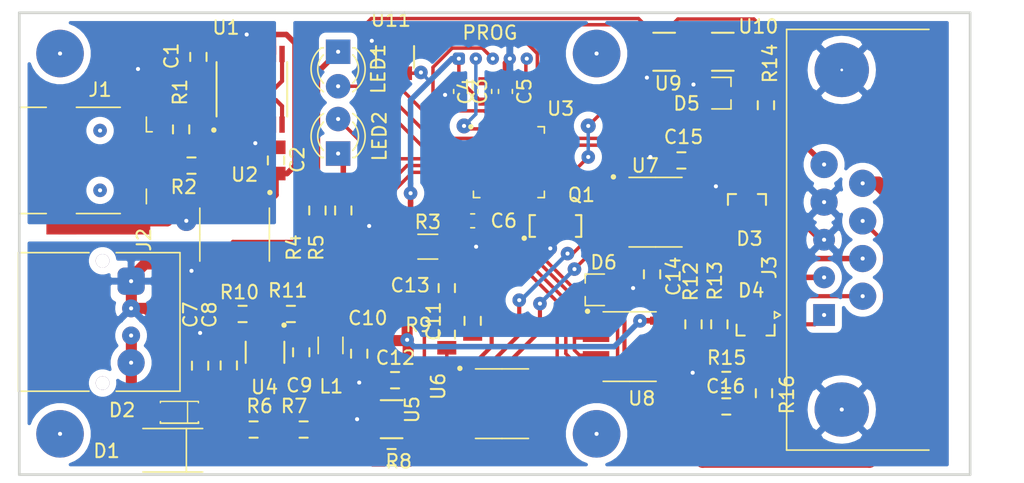
<source format=kicad_pcb>
(kicad_pcb (version 20171130) (host pcbnew "(5.1.5)-3")
  (layers (0 F.Cu signal) (31 B.Cu signal) (34 B.Paste user) (35 F.Paste user) (36 B.SilkS user) (37 F.SilkS user) (38 B.Mask user) (39 F.Mask user) (44 Edge.Cuts user))
  (net 0 "")
  (net 1 GND)
  (net 2 "Net-(C2-Pad1)")
  (net 3 +5V)
  (net 4 /POWER)
  (net 5 /ADC_I)
  (net 6 "Net-(D1-Pad2)")
  (net 7 /CANH)
  (net 8 /CANL)
  (net 9 "Net-(J1-Pad4)")
  (net 10 /SWDIO)
  (net 11 /SWCLK)
  (net 12 /RESET)
  (net 13 "Net-(Q1-Pad1)")
  (net 14 "Net-(Q1-Pad3)")
  (net 15 "Net-(R1-Pad1)")
  (net 16 "Net-(R2-Pad1)")
  (net 17 /ADC_U)
  (net 18 "Net-(R9-Pad2)")
  (net 19 /PWM_FB)
  (net 20 "Net-(U1-Pad1)")
  (net 21 "Net-(U1-Pad2)")
  (net 22 "Net-(U1-Pad4)")
  (net 23 "Net-(U1-Pad6)")
  (net 24 "Net-(U1-Pad7)")
  (net 25 "Net-(U1-Pad14)")
  (net 26 "Net-(U1-Pad15)")
  (net 27 "Net-(U1-Pad16)")
  (net 28 /USB_TX)
  (net 29 /USB_RX)
  (net 30 "Net-(U3-Pad27)")
  (net 31 /SERVO_ON)
  (net 32 /SERVO+)
  (net 33 /485_B)
  (net 34 /485_A)
  (net 35 /485_TX)
  (net 36 /485_DIR)
  (net 37 /485_RX)
  (net 38 /ADC__FB)
  (net 39 /S.BUS)
  (net 40 /STATUS)
  (net 41 "Net-(C9-Pad1)")
  (net 42 "Net-(C9-Pad2)")
  (net 43 "Net-(J1-Pad3)")
  (net 44 "Net-(J1-Pad2)")
  (net 45 "Net-(C1-Pad2)")
  (net 46 /PWM_P)
  (net 47 "Net-(C5-Pad1)")
  (net 48 "Net-(C6-Pad1)")
  (net 49 "Net-(U10-Pad2)")
  (net 50 "Net-(D5-Pad3)")
  (net 51 /LED1)
  (net 52 /LED2)
  (net 53 "Net-(R13-Pad2)")
  (net 54 "Net-(R8-Pad1)")
  (net 55 "Net-(R12-Pad2)")
  (net 56 /SBUSTX)
  (net 57 /SBUSRX)
  (net 58 /SBUSPOL)
  (net 59 /SBUSTE)
  (net 60 /CAN_TX)
  (net 61 /CAN_RX)
  (net 62 "Net-(LED1-Pad1)")
  (net 63 "Net-(LED2-Pad1)")
  (net 64 /USB_GND)
  (net 65 "Net-(R10-Pad1)")
  (net 66 /PWM_RX)
  (net 67 /PWM_TX)
  (module VolzLib:SOIC-8_3.9x4.9mm_P1.27mm (layer F.Cu) (at 114.935 124.575)
    (fp_text reference U8 (at 0.889 3.822) (layer F.SilkS))
    (fp_text value THVD1500)
    (pad 8 smd rect (at 2.475 -1.905) (size 1.95 0.6) (layers F.Cu F.Paste F.Mask) (net 3 +5V))
    (pad 7 smd rect (at 2.475 -0.635) (size 1.95 0.6) (layers F.Cu F.Paste F.Mask) (net 55 "Net-(R12-Pad2)"))
    (pad 6 smd rect (at 2.475 0.635) (size 1.95 0.6) (layers F.Cu F.Paste F.Mask) (net 53 "Net-(R13-Pad2)"))
    (pad 5 smd rect (at 2.475 1.905) (size 1.95 0.6) (layers F.Cu F.Paste F.Mask) (net 1 GND))
    (pad 4 smd rect (at -2.475 1.905) (size 1.95 0.6) (layers F.Cu F.Paste F.Mask) (net 35 /485_TX))
    (pad 3 smd rect (at -2.475 0.635) (size 1.95 0.6) (layers F.Cu F.Paste F.Mask) (net 36 /485_DIR))
    (pad 2 smd rect (at -2.475 -0.635) (size 1.95 0.6) (layers F.Cu F.Paste F.Mask) (net 36 /485_DIR))
    (pad 1 smd rect (at -2.475 -1.905) (size 1.95 0.6) (layers F.Cu F.Paste F.Mask) (net 37 /485_RX))
  )
  (module VolzLib:C0805 (layer F.Cu) (at 88.9 110.871 90)
    (fp_text reference C2 (at -1.016 2.159 90) (layer F.SilkS) (effects (justify left bottom)))
    (fp_text value 1.0 hide)
    (pad 2 smd rect (at 0.9651 0 90) (size 1 1.4) (layers F.Cu F.Paste F.Mask) (net 64 /USB_GND))
    (pad 1 smd rect (at -0.9651 0 90) (size 1 1.4) (layers F.Cu F.Paste F.Mask) (net 2 "Net-(C2-Pad1)"))
  )
  (module VolzLib:JST_S04B-PASK-2LFSN_1x04 (layer F.Cu) (at 78.232 119.761 90)
    (fp_text reference J2 (at 3.05 0.95 270) (layer F.SilkS))
    (fp_text value S04B)
    (pad "" thru_hole circle (at 1.5 -2.1 180) (size 1 1) (drill 1) (layers *.Cu *.Mask))
    (pad "" thru_hole circle (at -7.5 -2.1 180) (size 1 1) (drill 1) (layers *.Cu *.Mask))
    (pad 4 thru_hole circle (at -5.999998 0 90) (size 2 2) (drill 0.3) (layers *.Cu *.Mask) (net 6 "Net-(D1-Pad2)"))
    (pad 3 thru_hole circle (at -4 0 90) (size 1.3208 1.3208) (drill 0.3) (layers *.Cu *.Mask) (net 6 "Net-(D1-Pad2)"))
    (pad 2 thru_hole circle (at -1.999999 0 90) (size 1.3208 1.3208) (drill 0.3) (layers *.Cu *.Mask) (net 1 GND))
    (pad 1 thru_hole roundrect (at 0 0 90) (size 2 2) (drill 0.3) (layers *.Cu *.Mask) (net 1 GND))
  )
  (module VolzLib:DSUB-9_Male_Horizontal_Amphenol (layer F.Cu) (at 129.25 122.25 90)
    (fp_text reference J3 (at 3.505 -4.028 90) (layer F.SilkS))
    (fp_text value DB9_M)
    (pad 1 thru_hole rect (at 0 0 90) (size 1.6 1.6) (drill 0.3) (layers *.Cu *.Mask) (net 34 /485_A))
    (pad 2 thru_hole circle (at 2.77 0 90) (size 1.6 1.6) (drill 0.3) (layers *.Cu *.Mask) (net 8 /CANL))
    (pad 3 thru_hole circle (at 5.54 0 90) (size 1.6 1.6) (drill 0.3) (layers *.Cu *.Mask) (net 1 GND))
    (pad 4 thru_hole circle (at 8.31 0 90) (size 2 2) (drill 0.3) (layers *.Cu *.Mask) (net 1 GND))
    (pad 5 thru_hole circle (at 11.08 0 90) (size 2 2) (drill 0.3) (layers *.Cu *.Mask) (net 39 /S.BUS))
    (pad 6 thru_hole circle (at 1.385 2.84 90) (size 2 2) (drill 0.3) (layers *.Cu *.Mask) (net 33 /485_B))
    (pad 7 thru_hole circle (at 4.155 2.84 90) (size 2 2) (drill 0.3) (layers *.Cu *.Mask) (net 7 /CANH))
    (pad 8 thru_hole circle (at 6.925 2.84 90) (size 2 2) (drill 0.3) (layers *.Cu *.Mask) (net 19 /PWM_FB))
    (pad 9 thru_hole circle (at 9.695 2.84 90) (size 2 2) (drill 0.3) (layers *.Cu *.Mask) (net 32 /SERVO+))
    (pad 0 thru_hole circle (at -6.96 1.3 90) (size 4 4) (drill 0.3) (layers *.Cu *.Mask) (net 1 GND))
    (pad 0 thru_hole circle (at 18.04 1.3 90) (size 4 4) (drill 0.2) (layers *.Cu *.Mask) (net 1 GND))
  )
  (module VolzLib:SSOP-16_3.9x4.9mm_P0.635mm (layer F.Cu) (at 87.122 105.634 90)
    (fp_text reference U1 (at 4.542 -1.905 180) (layer F.SilkS))
    (fp_text value FT230XS)
    (pad 16 smd rect (at 2.6 -2.2225 90) (size 1.2 0.4) (layers F.Cu F.Paste F.Mask) (net 27 "Net-(U1-Pad16)"))
    (pad 15 smd rect (at 2.6 -1.5875 90) (size 1.2 0.4) (layers F.Cu F.Paste F.Mask) (net 26 "Net-(U1-Pad15)"))
    (pad 14 smd rect (at 2.6 -0.9525 90) (size 1.2 0.4) (layers F.Cu F.Paste F.Mask) (net 25 "Net-(U1-Pad14)"))
    (pad 13 smd rect (at 2.6 -0.3175 90) (size 1.2 0.4) (layers F.Cu F.Paste F.Mask) (net 64 /USB_GND))
    (pad 12 smd rect (at 2.6 0.3175 90) (size 1.2 0.4) (layers F.Cu F.Paste F.Mask) (net 45 "Net-(C1-Pad2)"))
    (pad 11 smd rect (at 2.6 0.9525 90) (size 1.2 0.4) (layers F.Cu F.Paste F.Mask) (net 2 "Net-(C2-Pad1)"))
    (pad 10 smd rect (at 2.6 1.5875 90) (size 1.2 0.4) (layers F.Cu F.Paste F.Mask) (net 2 "Net-(C2-Pad1)"))
    (pad 9 smd rect (at 2.6 2.2225 90) (size 1.2 0.4) (layers F.Cu F.Paste F.Mask) (net 15 "Net-(R1-Pad1)"))
    (pad 8 smd rect (at -2.6 2.2225 90) (size 1.2 0.4) (layers F.Cu F.Paste F.Mask) (net 16 "Net-(R2-Pad1)"))
    (pad 7 smd rect (at -2.6 1.5875 90) (size 1.2 0.4) (layers F.Cu F.Paste F.Mask) (net 24 "Net-(U1-Pad7)"))
    (pad 6 smd rect (at -2.6 0.9525 90) (size 1.2 0.4) (layers F.Cu F.Paste F.Mask) (net 23 "Net-(U1-Pad6)"))
    (pad 5 smd rect (at -2.6 0.3175 90) (size 1.2 0.4) (layers F.Cu F.Paste F.Mask) (net 64 /USB_GND))
    (pad 4 smd rect (at -2.6 -0.3175 90) (size 1.2 0.4) (layers F.Cu F.Paste F.Mask) (net 22 "Net-(U1-Pad4)"))
    (pad 3 smd rect (at -2.6 -0.9525 90) (size 1.2 0.4) (layers F.Cu F.Paste F.Mask) (net 2 "Net-(C2-Pad1)"))
    (pad 2 smd rect (at -2.6 -1.5875 90) (size 1.2 0.4) (layers F.Cu F.Paste F.Mask) (net 21 "Net-(U1-Pad2)"))
    (pad 1 smd rect (at -2.6 -2.2225 90) (size 1.2 0.4) (layers F.Cu F.Paste F.Mask) (net 20 "Net-(U1-Pad1)"))
  )
  (module VolzLib:SOIC-8_3.9x4.9mm_P1.27mm (layer F.Cu) (at 85.852 116.332 270)
    (fp_text reference U2 (at -4.415 -0.737 180) (layer F.SilkS))
    (fp_text value Si8621BC)
    (pad 8 smd rect (at 2.475 -1.905 270) (size 1.95 0.6) (layers F.Cu F.Paste F.Mask) (net 3 +5V))
    (pad 7 smd rect (at 2.475 -0.635 270) (size 1.95 0.6) (layers F.Cu F.Paste F.Mask) (net 29 /USB_RX))
    (pad 6 smd rect (at 2.475 0.635 270) (size 1.95 0.6) (layers F.Cu F.Paste F.Mask) (net 28 /USB_TX))
    (pad 5 smd rect (at 2.475 1.905 270) (size 1.95 0.6) (layers F.Cu F.Paste F.Mask) (net 1 GND))
    (pad 4 smd rect (at -2.475 1.905 270) (size 1.95 0.6) (layers F.Cu F.Paste F.Mask) (net 64 /USB_GND))
    (pad 3 smd rect (at -2.475 0.635 270) (size 1.95 0.6) (layers F.Cu F.Paste F.Mask) (net 22 "Net-(U1-Pad4)"))
    (pad 2 smd rect (at -2.475 -0.635 270) (size 1.95 0.6) (layers F.Cu F.Paste F.Mask) (net 20 "Net-(U1-Pad1)"))
    (pad 1 smd rect (at -2.475 -1.905 270) (size 1.95 0.6) (layers F.Cu F.Paste F.Mask) (net 2 "Net-(C2-Pad1)"))
  )
  (module VolzLib:C0805 (layer F.Cu) (at 83.185 103.251 270)
    (fp_text reference C1 (at -1.143 1.397 270) (layer F.SilkS) (effects (justify right bottom)))
    (fp_text value 10.0 hide)
    (pad 2 smd rect (at 0.9651 0 270) (size 1 1.4) (layers F.Cu F.Paste F.Mask) (net 45 "Net-(C1-Pad2)"))
    (pad 1 smd rect (at -0.9651 0 270) (size 1 1.4) (layers F.Cu F.Paste F.Mask) (net 64 /USB_GND))
  )
  (module VolzLib:C0805 (layer F.Cu) (at 83.312 125.984 270)
    (fp_text reference C7 (at -4.826 0.127 270) (layer F.SilkS) (effects (justify right bottom)))
    (fp_text value 2.2 hide)
    (pad 2 smd rect (at 0.9651 0 270) (size 1 1.4) (layers F.Cu F.Paste F.Mask) (net 4 /POWER))
    (pad 1 smd rect (at -0.9651 0 270) (size 1 1.4) (layers F.Cu F.Paste F.Mask) (net 1 GND))
  )
  (module VolzLib:C0805 (layer F.Cu) (at 85.423 125.9611 270)
    (fp_text reference C8 (at -4.8031 0.841 270) (layer F.SilkS) (effects (justify right bottom)))
    (fp_text value 0.1 hide)
    (pad 2 smd rect (at 0.9651 0 270) (size 1 1.4) (layers F.Cu F.Paste F.Mask) (net 4 /POWER))
    (pad 1 smd rect (at -0.9651 0 270) (size 1 1.4) (layers F.Cu F.Paste F.Mask) (net 1 GND))
  )
  (module VolzLib:C0805 (layer F.Cu) (at 90.757 124.996 270)
    (fp_text reference C9 (at 3.02 -0.937) (layer F.SilkS) (effects (justify right bottom)))
    (fp_text value 0.1 hide)
    (pad 2 smd rect (at 0.9651 0 270) (size 1 1.4) (layers F.Cu F.Paste F.Mask) (net 42 "Net-(C9-Pad2)"))
    (pad 1 smd rect (at -0.9651 0 270) (size 1 1.4) (layers F.Cu F.Paste F.Mask) (net 41 "Net-(C9-Pad1)"))
  )
  (module VolzLib:C0805 (layer F.Cu) (at 95.025 125.1 90)
    (fp_text reference C10 (at 2.037 -0.918) (layer F.SilkS) (effects (justify left bottom)))
    (fp_text value 10u hide)
    (pad 2 smd rect (at 0.9651 0 90) (size 1 1.4) (layers F.Cu F.Paste F.Mask) (net 3 +5V))
    (pad 1 smd rect (at -0.9651 0 90) (size 1 1.4) (layers F.Cu F.Paste F.Mask) (net 1 GND))
  )
  (module VolzLib:C0805 (layer F.Cu) (at 97.663 127.05)
    (fp_text reference C12 (at -1.524 -1.066 180) (layer F.SilkS) (effects (justify left bottom)))
    (fp_text value 0.1 hide)
    (pad 2 smd rect (at 0.9651 0) (size 1 1.4) (layers F.Cu F.Paste F.Mask) (net 3 +5V))
    (pad 1 smd rect (at -0.9651 0) (size 1 1.4) (layers F.Cu F.Paste F.Mask) (net 1 GND))
  )
  (module VolzLib:C0805 (layer F.Cu) (at 101.473 120.269 270)
    (fp_text reference C13 (at 0.381 1.143) (layer F.SilkS) (effects (justify right bottom)))
    (fp_text value 0.1 hide)
    (pad 2 smd rect (at 0.9651 0 270) (size 1 1.4) (layers F.Cu F.Paste F.Mask) (net 5 /ADC_I))
    (pad 1 smd rect (at -0.9651 0 270) (size 1 1.4) (layers F.Cu F.Paste F.Mask) (net 1 GND))
  )
  (module VolzLib:C0805 (layer F.Cu) (at 116.586 119.253 270)
    (fp_text reference C14 (at -1.397 -2.159 90) (layer F.SilkS) (effects (justify right bottom)))
    (fp_text value 0.1 hide)
    (pad 2 smd rect (at 0.9651 0 270) (size 1 1.4) (layers F.Cu F.Paste F.Mask) (net 1 GND))
    (pad 1 smd rect (at -0.9651 0 270) (size 1 1.4) (layers F.Cu F.Paste F.Mask) (net 3 +5V))
  )
  (module VolzLib:D_SMA (layer F.Cu) (at 81.3 132.207 180)
    (fp_text reference D1 (at 4.875 -0.05) (layer F.SilkS))
    (fp_text value VSSAF5L45)
    (pad 1 smd rect (at -2.4 0 180) (size 2.3 1.8) (layers F.Cu F.Paste F.Mask) (net 4 /POWER))
    (pad 2 smd rect (at 2.4 0 180) (size 2.3 1.8) (layers F.Cu F.Paste F.Mask) (net 6 "Net-(D1-Pad2)"))
  )
  (module VolzLib:D_SOD-123FL (layer F.Cu) (at 81.788 129.413 180)
    (fp_text reference D2 (at 3.15 -0.425 180) (layer F.SilkS) (effects (justify right bottom)))
    (fp_text value SMF30A hide)
    (pad 1 smd roundrect (at -1.5 0 180) (size 1.4 1.2) (layers F.Cu F.Paste F.Mask) (roundrect_rratio 0.075) (net 4 /POWER))
    (pad 2 smd roundrect (at 1.5 0 180) (size 1.4 1.2) (layers F.Cu F.Paste F.Mask) (roundrect_rratio 0.075) (net 1 GND))
  )
  (module VolzLib:SOT23-3 (layer F.Cu) (at 123.571 114.046)
    (fp_text reference D3 (at -0.889 3.175 180) (layer F.SilkS) (effects (justify left bottom)))
    (fp_text value NUP2105L hide)
    (pad 1 smd rect (at -0.95 1.1) (size 0.8 1) (layers F.Cu F.Paste F.Mask) (net 8 /CANL))
    (pad 2 smd rect (at 0.95 1.1) (size 0.8 1) (layers F.Cu F.Paste F.Mask) (net 7 /CANH))
    (pad 3 smd rect (at 0 -1.1) (size 0.8 1) (layers F.Cu F.Paste F.Mask) (net 1 GND))
  )
  (module VolzLib:SOT23-3 (layer F.Cu) (at 124.206 123.063 180)
    (fp_text reference D4 (at 1.397 2.032 180) (layer F.SilkS) (effects (justify left bottom)))
    (fp_text value NUP2105L hide)
    (pad 1 smd rect (at -0.95 1.1 180) (size 0.8 1) (layers F.Cu F.Paste F.Mask) (net 34 /485_A))
    (pad 2 smd rect (at 0.95 1.1 180) (size 0.8 1) (layers F.Cu F.Paste F.Mask) (net 33 /485_B))
    (pad 3 smd rect (at 0 -1.1 180) (size 0.8 1) (layers F.Cu F.Paste F.Mask) (net 1 GND))
  )
  (module VolzLib:SOT-323_SC-70 (layer F.Cu) (at 112.395 120.396 180)
    (fp_text reference D6 (at -0.623 2.02) (layer F.SilkS))
    (fp_text value BAT54SW)
    (pad 1 smd rect (at -0.95 -0.65 90) (size 0.5 0.6) (layers F.Cu F.Paste F.Mask) (net 1 GND))
    (pad 2 smd rect (at -0.95 0.65 90) (size 0.5 0.6) (layers F.Cu F.Paste F.Mask) (net 3 +5V))
    (pad 3 smd rect (at 0.95 0 90) (size 0.5 0.6) (layers F.Cu F.Paste F.Mask) (net 38 /ADC__FB))
  )
  (module VolzLib:SOT-323_SC-70 (layer F.Cu) (at 121.666 105.918)
    (fp_text reference D5 (at -2.54 0.762) (layer F.SilkS))
    (fp_text value BAT54SW)
    (pad 1 smd rect (at -0.95 -0.65 270) (size 0.5 0.6) (layers F.Cu F.Paste F.Mask) (net 1 GND))
    (pad 2 smd rect (at -0.95 0.65 270) (size 0.5 0.6) (layers F.Cu F.Paste F.Mask) (net 3 +5V))
    (pad 3 smd rect (at 0.95 0 270) (size 0.5 0.6) (layers F.Cu F.Paste F.Mask) (net 50 "Net-(D5-Pad3)"))
  )
  (module VolzLib:Conn_ARM_1x05 (layer F.Cu) (at 102.362 103.378)
    (fp_text reference PROG (at 2.286 -1.905) (layer F.SilkS))
    (fp_text value SW)
    (pad 5 thru_hole oval (at 5 0) (size 0.9 0.9) (drill 0.3) (layers *.Cu *.Mask) (net 12 /RESET))
    (pad 4 thru_hole oval (at 3.75 0) (size 0.9 0.9) (drill 0.3) (layers *.Cu *.Mask) (net 1 GND))
    (pad 3 thru_hole oval (at 2.5 0) (size 0.9 0.9) (drill 0.3) (layers *.Cu *.Mask) (net 11 /SWCLK))
    (pad 2 thru_hole oval (at 1.25 0) (size 0.9 0.9) (drill 0.3) (layers *.Cu *.Mask) (net 10 /SWDIO))
    (pad 1 thru_hole roundrect (at 0 0) (size 0.9 0.9) (drill 0.3) (layers *.Cu *.Mask) (net 3 +5V))
  )
  (module VolzLib:L_1206 (layer F.Cu) (at 92.916 124.488 90)
    (fp_text reference L1 (at -3.02 0.048 180) (layer F.SilkS))
    (fp_text value 10uH)
    (pad 1 smd rect (at -1.4 0 90) (size 1.2 1.75) (layers F.Cu F.Paste F.Mask) (net 42 "Net-(C9-Pad2)"))
    (pad 2 smd rect (at 1.4 0 90) (size 1.2 1.75) (layers F.Cu F.Paste F.Mask) (net 3 +5V))
  )
  (module VolzLib:RES-3 (layer F.Cu) (at 109.474 115.697 180)
    (fp_text reference Q1 (at -1.905 2.286) (layer F.SilkS))
    (fp_text value 16MHz)
    (pad 3 smd rect (at -1.2 0 180) (size 0.4 2) (layers F.Cu F.Paste F.Mask) (net 14 "Net-(Q1-Pad3)"))
    (pad 2 smd rect (at 0 0 180) (size 0.4 2) (layers F.Cu F.Paste F.Mask) (net 1 GND))
    (pad 1 smd rect (at 1.2 0 180) (size 0.4 2) (layers F.Cu F.Paste F.Mask) (net 13 "Net-(Q1-Pad1)"))
  )
  (module VolzLib:R0805 (layer F.Cu) (at 86.439 122.174 180)
    (fp_text reference R10 (at -1.318 1.016 180) (layer F.SilkS) (effects (justify right bottom)))
    (fp_text value 4k3 hide)
    (pad 2 smd rect (at 0.9651 0 180) (size 1 1.4) (layers F.Cu F.Paste F.Mask) (net 1 GND))
    (pad 1 smd rect (at -0.9651 0 180) (size 1 1.4) (layers F.Cu F.Paste F.Mask) (net 65 "Net-(R10-Pad1)"))
  )
  (module VolzLib:R0805 (layer F.Cu) (at 89.995 122.174 180)
    (fp_text reference R11 (at -1.318 1.143 180) (layer F.SilkS) (effects (justify right bottom)))
    (fp_text value 22k hide)
    (pad 2 smd rect (at 0.9651 0 180) (size 1 1.4) (layers F.Cu F.Paste F.Mask) (net 65 "Net-(R10-Pad1)"))
    (pad 1 smd rect (at -0.9651 0 180) (size 1 1.4) (layers F.Cu F.Paste F.Mask) (net 3 +5V))
  )
  (module VolzLib:R0805 (layer F.Cu) (at 87.249 130.683)
    (fp_text reference R6 (at -0.635 -1.143 180) (layer F.SilkS) (effects (justify left bottom)))
    (fp_text value 100k hide)
    (pad 2 smd rect (at 0.9651 0) (size 1 1.4) (layers F.Cu F.Paste F.Mask) (net 17 /ADC_U))
    (pad 1 smd rect (at -0.9651 0) (size 1 1.4) (layers F.Cu F.Paste F.Mask) (net 4 /POWER))
  )
  (module VolzLib:R0805 (layer F.Cu) (at 90.932 130.683)
    (fp_text reference R7 (at -1.778 -1.143 180) (layer F.SilkS) (effects (justify left bottom)))
    (fp_text value 15k hide)
    (pad 2 smd rect (at 0.9651 0) (size 1 1.4) (layers F.Cu F.Paste F.Mask) (net 1 GND))
    (pad 1 smd rect (at -0.9651 0) (size 1 1.4) (layers F.Cu F.Paste F.Mask) (net 17 /ADC_U))
  )
  (module VolzLib:R0805 (layer F.Cu) (at 97.409 132.715 180)
    (fp_text reference R8 (at -1.6 -0.9 180) (layer F.SilkS) (effects (justify right bottom)))
    (fp_text value 0.02 hide)
    (pad 2 smd rect (at 0.9651 0 180) (size 1 1.4) (layers F.Cu F.Paste F.Mask) (net 4 /POWER))
    (pad 1 smd rect (at -0.9651 0 180) (size 1 1.4) (layers F.Cu F.Paste F.Mask) (net 54 "Net-(R8-Pad1)"))
  )
  (module VolzLib:R0805 (layer F.Cu) (at 101.473 123.698 270)
    (fp_text reference R9 (at -0.127 1.016) (layer F.SilkS) (effects (justify right bottom)))
    (fp_text value 1k hide)
    (pad 2 smd rect (at 0.9651 0 270) (size 1 1.4) (layers F.Cu F.Paste F.Mask) (net 18 "Net-(R9-Pad2)"))
    (pad 1 smd rect (at -0.9651 0 270) (size 1 1.4) (layers F.Cu F.Paste F.Mask) (net 5 /ADC_I))
  )
  (module VolzLib:R0805 (layer F.Cu) (at 122.05 127.033)
    (fp_text reference R15 (at -1.527 -1.049 180) (layer F.SilkS) (effects (justify left bottom)))
    (fp_text value 10k hide)
    (pad 2 smd rect (at 0.9651 0) (size 1 1.4) (layers F.Cu F.Paste F.Mask) (net 38 /ADC__FB))
    (pad 1 smd rect (at -0.9651 0) (size 1 1.4) (layers F.Cu F.Paste F.Mask) (net 1 GND))
  )
  (module VolzLib:R0805 (layer F.Cu) (at 124.825 128.008 270)
    (fp_text reference R16 (at -1.45 -2.275 270) (layer F.SilkS) (effects (justify right bottom)))
    (fp_text value 10k hide)
    (pad 2 smd rect (at 0.9651 0 270) (size 1 1.4) (layers F.Cu F.Paste F.Mask) (net 38 /ADC__FB))
    (pad 1 smd rect (at -0.9651 0 270) (size 1 1.4) (layers F.Cu F.Paste F.Mask) (net 19 /PWM_FB))
  )
  (module VolzLib:R0805 (layer F.Cu) (at 124.968 106.807 90)
    (fp_text reference R14 (at 1.524 0.889 270) (layer F.SilkS) (effects (justify left bottom)))
    (fp_text value 1k hide)
    (pad 2 smd rect (at 0.9651 0 90) (size 1 1.4) (layers F.Cu F.Paste F.Mask) (net 50 "Net-(D5-Pad3)"))
    (pad 1 smd rect (at -0.9651 0 90) (size 1 1.4) (layers F.Cu F.Paste F.Mask) (net 39 /S.BUS))
  )
  (module VolzLib:QFN-32-1EP_5x5mm_P0.5mm_EP3.6x3.6mm (layer F.Cu) (at 106.045 110.998)
    (fp_text reference U3 (at 3.81 -3.937) (layer F.SilkS))
    (fp_text value ATSAMC21E18A-MUT)
    (pad 1 smd roundrect (at -2.45 -1.75) (size 0.8 0.25) (layers F.Cu F.Paste F.Mask) (net 56 /SBUSTX))
    (pad 2 smd roundrect (at -2.45 -1.25) (size 0.8 0.25) (layers F.Cu F.Paste F.Mask) (net 57 /SBUSRX))
    (pad 3 smd roundrect (at -2.45 -0.75) (size 0.8 0.25) (layers F.Cu F.Paste F.Mask) (net 51 /LED1))
    (pad 4 smd roundrect (at -2.45 -0.25) (size 0.8 0.25) (layers F.Cu F.Paste F.Mask) (net 52 /LED2))
    (pad 5 smd roundrect (at -2.45 0.25) (size 0.8 0.25) (layers F.Cu F.Paste F.Mask) (net 28 /USB_TX))
    (pad 6 smd roundrect (at -2.45 0.75) (size 0.8 0.25) (layers F.Cu F.Paste F.Mask) (net 29 /USB_RX))
    (pad 7 smd roundrect (at -2.45 1.25) (size 0.8 0.25) (layers F.Cu F.Paste F.Mask) (net 17 /ADC_U))
    (pad 8 smd roundrect (at -2.45 1.75) (size 0.8 0.25) (layers F.Cu F.Paste F.Mask) (net 5 /ADC_I))
    (pad 9 smd roundrect (at -1.75 2.45) (size 0.25 0.8) (layers F.Cu F.Paste F.Mask) (net 48 "Net-(C6-Pad1)"))
    (pad 10 smd roundrect (at -1.25 2.45) (size 0.25 0.8) (layers F.Cu F.Paste F.Mask) (net 1 GND))
    (pad 11 smd roundrect (at -0.75 2.45) (size 0.25 0.8) (layers F.Cu F.Paste F.Mask) (net 35 /485_TX))
    (pad 12 smd roundrect (at -0.25 2.45) (size 0.25 0.8) (layers F.Cu F.Paste F.Mask) (net 37 /485_RX))
    (pad 13 smd roundrect (at 0.25 2.45) (size 0.25 0.8) (layers F.Cu F.Paste F.Mask) (net 36 /485_DIR))
    (pad 14 smd roundrect (at 0.75 2.45) (size 0.25 0.8) (layers F.Cu F.Paste F.Mask) (net 38 /ADC__FB))
    (pad 15 smd roundrect (at 1.25 2.45) (size 0.25 0.8) (layers F.Cu F.Paste F.Mask) (net 13 "Net-(Q1-Pad1)"))
    (pad 16 smd roundrect (at 1.75 2.45) (size 0.25 0.8) (layers F.Cu F.Paste F.Mask) (net 14 "Net-(Q1-Pad3)"))
    (pad 17 smd roundrect (at 2.45 1.75) (size 0.8 0.25) (layers F.Cu F.Paste F.Mask) (net 31 /SERVO_ON))
    (pad 18 smd roundrect (at 2.45 1.25) (size 0.8 0.25) (layers F.Cu F.Paste F.Mask) (net 40 /STATUS))
    (pad 19 smd roundrect (at 2.45 0.75) (size 0.8 0.25) (layers F.Cu F.Paste F.Mask) (net 59 /SBUSTE))
    (pad 20 smd roundrect (at 2.45 0.25) (size 0.8 0.25) (layers F.Cu F.Paste F.Mask) (net 46 /PWM_P))
    (pad 21 smd roundrect (at 2.45 -0.25) (size 0.8 0.25) (layers F.Cu F.Paste F.Mask) (net 66 /PWM_RX))
    (pad 22 smd roundrect (at 2.45 -0.75) (size 0.8 0.25) (layers F.Cu F.Paste F.Mask) (net 67 /PWM_TX))
    (pad 23 smd roundrect (at 2.45 -1.25) (size 0.8 0.25) (layers F.Cu F.Paste F.Mask) (net 60 /CAN_TX))
    (pad 24 smd roundrect (at 2.45 -1.75) (size 0.8 0.25) (layers F.Cu F.Paste F.Mask) (net 61 /CAN_RX))
    (pad 25 smd roundrect (at 1.75 -2.45) (size 0.25 0.8) (layers F.Cu F.Paste F.Mask) (net 58 /SBUSPOL))
    (pad 26 smd roundrect (at 1.25 -2.45) (size 0.25 0.8) (layers F.Cu F.Paste F.Mask) (net 12 /RESET))
    (pad 27 smd roundrect (at 0.75 -2.45) (size 0.25 0.8) (layers F.Cu F.Paste F.Mask) (net 30 "Net-(U3-Pad27)"))
    (pad 28 smd roundrect (at 0.25 -2.45) (size 0.25 0.8) (layers F.Cu F.Paste F.Mask) (net 1 GND))
    (pad 29 smd roundrect (at -0.25 -2.45) (size 0.25 0.8) (layers F.Cu F.Paste F.Mask) (net 47 "Net-(C5-Pad1)"))
    (pad 30 smd roundrect (at -0.75 -2.45) (size 0.25 0.8) (layers F.Cu F.Paste F.Mask) (net 3 +5V))
    (pad 31 smd roundrect (at -1.25 -2.45) (size 0.25 0.8) (layers F.Cu F.Paste F.Mask) (net 11 /SWCLK))
    (pad 32 smd roundrect (at -1.75 -2.45) (size 0.25 0.8) (layers F.Cu F.Paste F.Mask) (net 10 /SWDIO))
    (pad EP smd rect (at 0 0) (size 3.6 3.6) (layers F.Cu F.Paste F.Mask) (net 1 GND))
  )
  (module VolzLib:SOT23-6 (layer F.Cu) (at 88.09 124.996 180)
    (fp_text reference U4 (at -1.064 -3.147 180) (layer F.SilkS) (effects (justify right bottom)))
    (fp_text value MP2456GJ hide)
    (pad 6 smd rect (at -0.95 -1.2 180) (size 0.6 1) (layers F.Cu F.Paste F.Mask) (net 42 "Net-(C9-Pad2)"))
    (pad 5 smd rect (at 0 -1.2 180) (size 0.6 1) (layers F.Cu F.Paste F.Mask) (net 4 /POWER))
    (pad 4 smd rect (at 0.95 -1.2 180) (size 0.6 1) (layers F.Cu F.Paste F.Mask) (net 4 /POWER))
    (pad 3 smd rect (at 0.95 1.2 180) (size 0.6 1) (layers F.Cu F.Paste F.Mask) (net 65 "Net-(R10-Pad1)"))
    (pad 2 smd rect (at 0 1.2 180) (size 0.6 1) (layers F.Cu F.Paste F.Mask) (net 1 GND))
    (pad 1 smd rect (at -0.95 1.2 180) (size 0.6 1) (layers F.Cu F.Paste F.Mask) (net 41 "Net-(C9-Pad1)"))
  )
  (module VolzLib:SOT23-5 (layer F.Cu) (at 97.409 129.921 270)
    (fp_text reference U5 (at -1.8 -2.1 270) (layer F.SilkS) (effects (justify right bottom)))
    (fp_text value INA195A hide)
    (pad 5 smd rect (at -0.95 -1.2 270) (size 0.6 1) (layers F.Cu F.Paste F.Mask) (net 3 +5V))
    (pad 4 smd rect (at 0.95 -1.2 270) (size 0.6 1) (layers F.Cu F.Paste F.Mask) (net 54 "Net-(R8-Pad1)"))
    (pad 3 smd rect (at 0.95 1.2 270) (size 0.6 1) (layers F.Cu F.Paste F.Mask) (net 4 /POWER))
    (pad 2 smd rect (at 0 1.2 270) (size 0.6 1) (layers F.Cu F.Paste F.Mask) (net 1 GND))
    (pad 1 smd rect (at -0.95 1.2 270) (size 0.6 1) (layers F.Cu F.Paste F.Mask) (net 18 "Net-(R9-Pad2)"))
  )
  (module VolzLib:SOIC-8_3.9x4.9mm_P1.27mm (layer F.Cu) (at 105.537 128.778)
    (fp_text reference U6 (at -4.699 -1.27 -90) (layer F.SilkS))
    (fp_text value VN750PS)
    (pad 8 smd rect (at 2.475 -1.905) (size 1.95 0.6) (layers F.Cu F.Paste F.Mask) (net 54 "Net-(R8-Pad1)"))
    (pad 7 smd rect (at 2.475 -0.635) (size 1.95 0.6) (layers F.Cu F.Paste F.Mask) (net 32 /SERVO+))
    (pad 6 smd rect (at 2.475 0.635) (size 1.95 0.6) (layers F.Cu F.Paste F.Mask) (net 32 /SERVO+))
    (pad 5 smd rect (at 2.475 1.905) (size 1.95 0.6) (layers F.Cu F.Paste F.Mask) (net 54 "Net-(R8-Pad1)"))
    (pad 4 smd rect (at -2.475 1.905) (size 1.95 0.6) (layers F.Cu F.Paste F.Mask))
    (pad 3 smd rect (at -2.475 0.635) (size 1.95 0.6) (layers F.Cu F.Paste F.Mask) (net 40 /STATUS))
    (pad 2 smd rect (at -2.475 -0.635) (size 1.95 0.6) (layers F.Cu F.Paste F.Mask) (net 31 /SERVO_ON))
    (pad 1 smd rect (at -2.475 -1.905) (size 1.95 0.6) (layers F.Cu F.Paste F.Mask) (net 1 GND))
  )
  (module VolzLib:R0805 (layer F.Cu) (at 119.634 122.936 270)
    (fp_text reference R12 (at -4.699 -0.381 270) (layer F.SilkS) (effects (justify right bottom)))
    (fp_text value 100 hide)
    (pad 2 smd rect (at 0.9651 0 270) (size 1 1.4) (layers F.Cu F.Paste F.Mask) (net 55 "Net-(R12-Pad2)"))
    (pad 1 smd rect (at -0.9651 0 270) (size 1 1.4) (layers F.Cu F.Paste F.Mask) (net 33 /485_B))
  )
  (module VolzLib:R0805 (layer F.Cu) (at 121.539 122.936 270)
    (fp_text reference R13 (at -1.651 -0.254 270) (layer F.SilkS) (effects (justify left bottom)))
    (fp_text value 100 hide)
    (pad 2 smd rect (at 0.9651 0 270) (size 1 1.4) (layers F.Cu F.Paste F.Mask) (net 53 "Net-(R13-Pad2)"))
    (pad 1 smd rect (at -0.9651 0 270) (size 1 1.4) (layers F.Cu F.Paste F.Mask) (net 34 /485_A))
  )
  (module VolzLib:C0603 (layer F.Cu) (at 102.489 105.791 270)
    (fp_text reference C3 (at 0 -1.43 90) (layer F.SilkS))
    (fp_text value 1.0)
    (pad 2 smd rect (at 0.75 0 270) (size 0.6 0.95) (layers F.Cu F.Paste F.Mask) (net 1 GND))
    (pad 1 smd rect (at -0.75 0 270) (size 0.6 0.95) (layers F.Cu F.Paste F.Mask) (net 3 +5V))
  )
  (module VolzLib:C0603 (layer F.Cu) (at 104.267 105.791 90)
    (fp_text reference C4 (at 0 -1.43 90) (layer F.SilkS))
    (fp_text value 0.1)
    (pad 2 smd rect (at 0.75 0 90) (size 0.6 0.95) (layers F.Cu F.Paste F.Mask) (net 1 GND))
    (pad 1 smd rect (at -0.75 0 90) (size 0.6 0.95) (layers F.Cu F.Paste F.Mask) (net 3 +5V))
  )
  (module VolzLib:C0603 (layer F.Cu) (at 105.791 105.791 90)
    (fp_text reference C5 (at 0 1.397 90) (layer F.SilkS))
    (fp_text value 1.0)
    (pad 2 smd rect (at 0.75 0 90) (size 0.6 0.95) (layers F.Cu F.Paste F.Mask) (net 1 GND))
    (pad 1 smd rect (at -0.75 0 90) (size 0.6 0.95) (layers F.Cu F.Paste F.Mask) (net 47 "Net-(C5-Pad1)"))
  )
  (module VolzLib:C0603 (layer F.Cu) (at 103.378 115.316)
    (fp_text reference C6 (at 2.286 0) (layer F.SilkS))
    (fp_text value 1.0)
    (pad 2 smd rect (at 0.75 0) (size 0.6 0.95) (layers F.Cu F.Paste F.Mask) (net 1 GND))
    (pad 1 smd rect (at -0.75 0) (size 0.6 0.95) (layers F.Cu F.Paste F.Mask) (net 48 "Net-(C6-Pad1)"))
  )
  (module VolzLib:C0805 (layer F.Cu) (at 118.745 110.871)
    (fp_text reference C15 (at -1.397 -1.143 180) (layer F.SilkS) (effects (justify left bottom)))
    (fp_text value 0.1 hide)
    (pad 2 smd rect (at 0.9651 0) (size 1 1.4) (layers F.Cu F.Paste F.Mask) (net 1 GND))
    (pad 1 smd rect (at -0.9651 0) (size 1 1.4) (layers F.Cu F.Paste F.Mask) (net 3 +5V))
  )
  (module VolzLib:C0805 (layer F.Cu) (at 103.378 122.682 270)
    (fp_text reference C11 (at -1.524 2.286 270) (layer F.SilkS) (effects (justify right bottom)))
    (fp_text value 0.1 hide)
    (pad 2 smd rect (at 0.9651 0 270) (size 1 1.4) (layers F.Cu F.Paste F.Mask) (net 17 /ADC_U))
    (pad 1 smd rect (at -0.9651 0 270) (size 1 1.4) (layers F.Cu F.Paste F.Mask) (net 1 GND))
  )
  (module VolzLib:SOT23-5 (layer F.Cu) (at 117.475 102.87 270)
    (fp_text reference U9 (at 2.921 -1.397) (layer F.SilkS) (effects (justify right bottom)))
    (fp_text value SN74LVC1G86 hide)
    (pad 5 smd rect (at -0.95 -1.2 270) (size 0.6 1) (layers F.Cu F.Paste F.Mask) (net 3 +5V))
    (pad 4 smd rect (at 0.95 -1.2 270) (size 0.6 1) (layers F.Cu F.Paste F.Mask) (net 49 "Net-(U10-Pad2)"))
    (pad 3 smd rect (at 0.95 1.2 270) (size 0.6 1) (layers F.Cu F.Paste F.Mask) (net 1 GND))
    (pad 2 smd rect (at 0 1.2 270) (size 0.6 1) (layers F.Cu F.Paste F.Mask) (net 58 /SBUSPOL))
    (pad 1 smd rect (at -0.95 1.2 270) (size 0.6 1) (layers F.Cu F.Paste F.Mask) (net 56 /SBUSTX))
  )
  (module VolzLib:SOT23-5 (layer F.Cu) (at 97.663 103.251 180)
    (fp_text reference U11 (at -1.27 2.159 180) (layer F.SilkS) (effects (justify right bottom)))
    (fp_text value SN74LVC1G86 hide)
    (pad 5 smd rect (at -0.95 -1.2 180) (size 0.6 1) (layers F.Cu F.Paste F.Mask) (net 3 +5V))
    (pad 4 smd rect (at 0.95 -1.2 180) (size 0.6 1) (layers F.Cu F.Paste F.Mask) (net 57 /SBUSRX))
    (pad 3 smd rect (at 0.95 1.2 180) (size 0.6 1) (layers F.Cu F.Paste F.Mask) (net 1 GND))
    (pad 2 smd rect (at 0 1.2 180) (size 0.6 1) (layers F.Cu F.Paste F.Mask) (net 58 /SBUSPOL))
    (pad 1 smd rect (at -0.95 1.2 180) (size 0.6 1) (layers F.Cu F.Paste F.Mask) (net 50 "Net-(D5-Pad3)"))
  )
  (module LED_THT:LED_D3.0mm (layer F.Cu) (at 93.472 102.87 270)
    (fp_text reference LED1 (at 1.27 -2.96 90) (layer F.SilkS))
    (fp_text value RED)
    (pad 2 thru_hole circle (at 2.54 0 270) (size 1.8 1.8) (drill 0.3) (layers *.Cu *.Mask) (net 51 /LED1))
    (pad 1 thru_hole rect (at 0 0 270) (size 1.8 1.8) (drill 0.3) (layers *.Cu *.Mask) (net 62 "Net-(LED1-Pad1)"))
  )
  (module LED_THT:LED_D3.0mm (layer F.Cu) (at 93.472 110.363 90)
    (fp_text reference LED2 (at 1.27 3.048 90) (layer F.SilkS))
    (fp_text value GREEN)
    (pad 2 thru_hole circle (at 2.54 0 90) (size 1.8 1.8) (drill 0.3) (layers *.Cu *.Mask) (net 52 /LED2))
    (pad 1 thru_hole rect (at 0 0 90) (size 1.8 1.8) (drill 0.3) (layers *.Cu *.Mask) (net 63 "Net-(LED2-Pad1)"))
  )
  (module VolzLib:R0805 (layer F.Cu) (at 91.948 114.554 90)
    (fp_text reference R4 (at -3.81 -1.143 270) (layer F.SilkS) (effects (justify left bottom)))
    (fp_text value 1k hide)
    (pad 2 smd rect (at 0.9651 0 90) (size 1 1.4) (layers F.Cu F.Paste F.Mask) (net 62 "Net-(LED1-Pad1)"))
    (pad 1 smd rect (at -0.9651 0 90) (size 1 1.4) (layers F.Cu F.Paste F.Mask) (net 1 GND))
  )
  (module VolzLib:R0805 (layer F.Cu) (at 93.853 114.554 90)
    (fp_text reference R5 (at -3.81 -1.397 270) (layer F.SilkS) (effects (justify left bottom)))
    (fp_text value 1k hide)
    (pad 2 smd rect (at 0.9651 0 90) (size 1 1.4) (layers F.Cu F.Paste F.Mask) (net 63 "Net-(LED2-Pad1)"))
    (pad 1 smd rect (at -0.9651 0 90) (size 1 1.4) (layers F.Cu F.Paste F.Mask) (net 1 GND))
  )
  (module VolzLib:C0805 (layer F.Cu) (at 122.05 128.983)
    (fp_text reference C16 (at -1.6 -0.9 180) (layer F.SilkS) (effects (justify left bottom)))
    (fp_text value 0.1 hide)
    (pad 1 smd rect (at -0.9651 0) (size 1 1.4) (layers F.Cu F.Paste F.Mask) (net 1 GND))
    (pad 2 smd rect (at 0.9651 0) (size 1 1.4) (layers F.Cu F.Paste F.Mask) (net 38 /ADC__FB))
  )
  (module VolzLib:R1206 (layer F.Cu) (at 100.076 117.221)
    (fp_text reference R3 (at 0 -1.82) (layer F.SilkS))
    (fp_text value 10)
    (pad 2 smd rect (at 1.45 0) (size 1.15 1.75) (layers F.Cu F.Paste F.Mask) (net 48 "Net-(C6-Pad1)"))
    (pad 1 smd rect (at -1.45 0) (size 1.15 1.75) (layers F.Cu F.Paste F.Mask) (net 3 +5V))
  )
  (module VolzLib:USB_Mini-B_Lumberg_2486_01_Horizontal (layer F.Cu) (at 75.946 110.871 270)
    (fp_text reference J1 (at -5.207 0 180) (layer F.SilkS))
    (fp_text value USB_B_Mini)
    (pad "" np_thru_hole circle (at 2.2 0 270) (size 1 1) (drill 0.3) (layers *.Cu *.Mask))
    (pad "" np_thru_hole circle (at -2.2 0 270) (size 1 1) (drill 0.3) (layers *.Cu *.Mask))
    (pad 6 smd rect (at 4.45 2.85 270) (size 2 2.2) (layers F.Cu F.Paste F.Mask) (net 64 /USB_GND))
    (pad 6 smd rect (at 4.45 -2.6 270) (size 2 2.2) (layers F.Cu F.Paste F.Mask) (net 64 /USB_GND))
    (pad 6 smd rect (at -4.45 2.85 270) (size 2 2.2) (layers F.Cu F.Paste F.Mask) (net 64 /USB_GND))
    (pad 6 smd rect (at -4.45 -2.6 270) (size 2 2.2) (layers F.Cu F.Paste F.Mask) (net 64 /USB_GND))
    (pad 5 smd rect (at 1.6 -2.8 270) (size 0.5 2.3) (layers F.Cu F.Paste F.Mask) (net 64 /USB_GND))
    (pad 4 smd rect (at 0.8 -2.8 270) (size 0.5 2.3) (layers F.Cu F.Paste F.Mask) (net 9 "Net-(J1-Pad4)"))
    (pad 3 smd rect (at 0 -2.8 270) (size 0.5 2.3) (layers F.Cu F.Paste F.Mask) (net 43 "Net-(J1-Pad3)"))
    (pad 2 smd rect (at -0.8 -2.8 270) (size 0.5 2.3) (layers F.Cu F.Paste F.Mask) (net 44 "Net-(J1-Pad2)"))
    (pad 1 smd rect (at -1.6 -2.8 270) (size 0.5 2.3) (layers F.Cu F.Paste F.Mask) (net 45 "Net-(C1-Pad2)"))
  )
  (module VolzLib:SOIC-8_3.9x4.9mm_P1.27mm (layer F.Cu) (at 116.84 114.681)
    (fp_text reference U7 (at -0.762 -3.429) (layer F.SilkS))
    (fp_text value MCP2542FDT-SN)
    (pad 1 smd rect (at -2.475 -1.905) (size 1.95 0.6) (layers F.Cu F.Paste F.Mask) (net 60 /CAN_TX))
    (pad 2 smd rect (at -2.475 -0.635) (size 1.95 0.6) (layers F.Cu F.Paste F.Mask) (net 1 GND))
    (pad 3 smd rect (at -2.475 0.635) (size 1.95 0.6) (layers F.Cu F.Paste F.Mask) (net 3 +5V))
    (pad 4 smd rect (at -2.475 1.905) (size 1.95 0.6) (layers F.Cu F.Paste F.Mask) (net 61 /CAN_RX))
    (pad 5 smd rect (at 2.475 1.905) (size 1.95 0.6) (layers F.Cu F.Paste F.Mask) (net 3 +5V))
    (pad 6 smd rect (at 2.475 0.635) (size 1.95 0.6) (layers F.Cu F.Paste F.Mask) (net 8 /CANL))
    (pad 7 smd rect (at 2.475 -0.635) (size 1.95 0.6) (layers F.Cu F.Paste F.Mask) (net 7 /CANH))
    (pad 8 smd rect (at 2.475 -1.905) (size 1.95 0.6) (layers F.Cu F.Paste F.Mask) (net 1 GND))
  )
  (module VolzLib:SOT23-5 (layer F.Cu) (at 121.793 102.87 270)
    (fp_text reference U10 (at -1.27 -4.191) (layer F.SilkS) (effects (justify right bottom)))
    (fp_text value SN74LV1T126 hide)
    (pad 1 smd rect (at -0.95 1.2 270) (size 0.6 1) (layers F.Cu F.Paste F.Mask) (net 59 /SBUSTE))
    (pad 2 smd rect (at 0 1.2 270) (size 0.6 1) (layers F.Cu F.Paste F.Mask) (net 49 "Net-(U10-Pad2)"))
    (pad 3 smd rect (at 0.95 1.2 270) (size 0.6 1) (layers F.Cu F.Paste F.Mask) (net 1 GND))
    (pad 4 smd rect (at 0.95 -1.2 270) (size 0.6 1) (layers F.Cu F.Paste F.Mask) (net 50 "Net-(D5-Pad3)"))
    (pad 5 smd rect (at -0.95 -1.2 270) (size 0.6 1) (layers F.Cu F.Paste F.Mask) (net 3 +5V))
  )
  (module VolzLib:R0805 (layer F.Cu) (at 81.915 108.585 270)
    (fp_text reference R1 (at -3.81 -0.508 270) (layer F.SilkS) (effects (justify right bottom)))
    (fp_text value 27 hide)
    (pad 2 smd rect (at 0.9651 0 270) (size 1 1.4) (layers F.Cu F.Paste F.Mask) (net 44 "Net-(J1-Pad2)"))
    (pad 1 smd rect (at -0.9651 0 270) (size 1 1.4) (layers F.Cu F.Paste F.Mask) (net 15 "Net-(R1-Pad1)"))
  )
  (module VolzLib:R0805 (layer F.Cu) (at 82.677 111.252 180)
    (fp_text reference R2 (at -0.508 -2.159 180) (layer F.SilkS) (effects (justify right bottom)))
    (fp_text value 27 hide)
    (pad 1 smd rect (at -0.9651 0 180) (size 1 1.4) (layers F.Cu F.Paste F.Mask) (net 16 "Net-(R2-Pad1)"))
    (pad 2 smd rect (at 0.9651 0 180) (size 1 1.4) (layers F.Cu F.Paste F.Mask) (net 43 "Net-(J1-Pad3)"))
  )
  (gr_text RP (at 123.19 110.363) (layer F.Cu) (effects (font (size 2 2) (thickness 0.5))))
  (gr_line (start 70 100) (end 70 134) (layer Edge.Cuts) (width 0.2))
  (gr_line (start 140 100) (end 70 100) (layer Edge.Cuts) (width 0.2))
  (gr_line (start 140 134) (end 140 100) (layer Edge.Cuts) (width 0.2))
  (gr_line (start 70 134) (end 140 134) (layer Edge.Cuts) (width 0.2))
  (via (at 73 131) (size 3.5) (drill 0.3) (layers F.Cu B.Cu) (net 0))
  (via (at 73 103) (size 3.5) (drill 0.3) (layers F.Cu B.Cu) (net 0))
  (via (at 112.5 131) (size 3.5) (drill 0.3) (layers F.Cu B.Cu) (net 0))
  (via (at 112.5 103) (size 3.5) (drill 0.3) (layers F.Cu B.Cu) (net 0))
  (via (at 116.205004 104.775) (size 1) (drill 0.3) (layers F.Cu B.Cu) (net 1))
  (via (at 121.285 112.776) (size 1) (drill 0.3) (layers F.Cu B.Cu) (net 1))
  (via (at 101.346 106.045) (size 1) (drill 0.3) (layers F.Cu B.Cu) (net 1))
  (via (at 109.093 117.348) (size 1) (drill 0.3) (layers F.Cu B.Cu) (net 1))
  (via (at 95.025 127.225) (size 1.2) (drill 0.3) (layers F.Cu B.Cu) (net 1))
  (via (at 82.677 118.999) (size 1.5) (drill 0.3) (layers F.Cu B.Cu) (net 1))
  (via (at 83.312 123.571) (size 1.5) (drill 0.3) (layers F.Cu B.Cu) (net 1))
  (via (at 94.869 129.921) (size 1.5) (drill 0.3) (layers F.Cu B.Cu) (net 1))
  (segment (start 96.209 129.921) (end 94.869 129.921) (width 0.4064) (layer F.Cu) (net 1))
  (segment (start 80.4419 125.0189) (end 80.275 124.852) (width 0.6096) (layer F.Cu) (net 1))
  (segment (start 83.312 125.0189) (end 80.4419 125.0189) (width 0.6096) (layer F.Cu) (net 1))
  (segment (start 83.312 125.0189) (end 83.312 123.571) (width 0.6096) (layer F.Cu) (net 1))
  (segment (start 85.423 124.996) (end 87.836 124.996) (width 0.6096) (layer F.Cu) (net 1))
  (segment (start 88.09 124.742) (end 88.09 123.796) (width 0.6096) (layer F.Cu) (net 1))
  (segment (start 87.836 124.996) (end 88.09 124.742) (width 0.6096) (layer F.Cu) (net 1))
  (segment (start 85.4739 124.9451) (end 85.423 124.996) (width 0.4064) (layer F.Cu) (net 1))
  (segment (start 85.4739 121.694) (end 85.4739 124.9451) (width 0.4064) (layer F.Cu) (net 1))
  (segment (start 106.295 108.548) (end 106.295 107.954) (width 0.254) (layer F.Cu) (net 1))
  (segment (start 106.295 107.954) (end 106.593001 107.655999) (width 0.254) (layer F.Cu) (net 1))
  (segment (start 106.593001 107.655999) (end 106.593001 105.323001) (width 0.254) (layer F.Cu) (net 1))
  (segment (start 105.791 105.041) (end 104.267 105.041) (width 0.4064) (layer F.Cu) (net 1))
  (segment (start 106.311 105.041) (end 106.593001 105.323001) (width 0.254) (layer F.Cu) (net 1))
  (segment (start 105.791 105.041) (end 106.311 105.041) (width 0.254) (layer F.Cu) (net 1))
  (segment (start 101.842 106.541) (end 102.489 106.541) (width 0.4064) (layer F.Cu) (net 1))
  (segment (start 101.346 106.045) (end 101.842 106.541) (width 0.4064) (layer F.Cu) (net 1))
  (via (at 119.634 105.283) (size 1) (drill 0.3) (layers F.Cu B.Cu) (net 1))
  (via (at 115.189 120.269) (size 1) (drill 0.3) (layers F.Cu B.Cu) (net 1))
  (via (at 119.575 126.5) (size 1) (drill 0.3) (layers F.Cu B.Cu) (net 1))
  (segment (start 96.65 127.225) (end 95.025 127.225) (width 0.4064) (layer F.Cu) (net 1))
  (segment (start 96.825 127.05) (end 96.65 127.225) (width 0.4064) (layer F.Cu) (net 1))
  (segment (start 95.025 126.0651) (end 95.025 127.225) (width 0.4064) (layer F.Cu) (net 1))
  (segment (start 85.4001 125.0189) (end 85.423 124.996) (width 0.4064) (layer F.Cu) (net 1))
  (segment (start 83.312 125.0189) (end 85.4001 125.0189) (width 0.4064) (layer F.Cu) (net 1))
  (segment (start 113.345 121.046) (end 113.36 121.031) (width 0.4064) (layer F.Cu) (net 1))
  (segment (start 114.412 121.046) (end 115.189 120.269) (width 0.4064) (layer F.Cu) (net 1))
  (segment (start 113.345 121.046) (end 114.412 121.046) (width 0.4064) (layer F.Cu) (net 1))
  (segment (start 115.2399 120.2181) (end 115.189 120.269) (width 0.4064) (layer F.Cu) (net 1))
  (segment (start 116.459 120.2181) (end 115.2399 120.2181) (width 0.4064) (layer F.Cu) (net 1))
  (segment (start 119.6 126.525) (end 119.575 126.5) (width 0.4064) (layer F.Cu) (net 1))
  (segment (start 121.0849 126.6921) (end 121.0849 127.033) (width 0.4064) (layer F.Cu) (net 1))
  (segment (start 124.206 124.163) (end 123.614 124.163) (width 0.4064) (layer F.Cu) (net 1))
  (segment (start 123.614 124.163) (end 121.0849 126.6921) (width 0.4064) (layer F.Cu) (net 1))
  (segment (start 121.0519 127) (end 121.0849 127.033) (width 0.4064) (layer F.Cu) (net 1))
  (segment (start 119.575 126.5) (end 119.642 126.5) (width 0.4064) (layer F.Cu) (net 1))
  (segment (start 120.142 127) (end 121.0519 127) (width 0.4064) (layer F.Cu) (net 1))
  (segment (start 119.642 126.5) (end 120.142 127) (width 0.4064) (layer F.Cu) (net 1))
  (segment (start 121.455 112.946) (end 121.285 112.776) (width 0.4064) (layer F.Cu) (net 1))
  (segment (start 123.571 112.946) (end 121.455 112.946) (width 0.4064) (layer F.Cu) (net 1))
  (segment (start 128.949 116.71) (end 129.25 116.71) (width 0.4064) (layer F.Cu) (net 1))
  (segment (start 123.571 112.946) (end 125.185 112.946) (width 0.4064) (layer F.Cu) (net 1))
  (segment (start 125.185 112.946) (end 128.949 116.71) (width 0.4064) (layer F.Cu) (net 1))
  (segment (start 109.474 116.967) (end 109.093 117.348) (width 0.3048) (layer F.Cu) (net 1))
  (segment (start 109.474 115.697) (end 109.474 116.967) (width 0.3048) (layer F.Cu) (net 1))
  (segment (start 94.107 130.683) (end 94.869 129.921) (width 0.4064) (layer F.Cu) (net 1))
  (segment (start 91.8971 130.683) (end 94.107 130.683) (width 0.4064) (layer F.Cu) (net 1))
  (via (at 103.632 117.221012) (size 1.5) (drill 0.3) (layers F.Cu B.Cu) (net 1))
  (segment (start 104.795 112.248) (end 106.045 110.998) (width 0.254) (layer F.Cu) (net 1))
  (segment (start 104.795 113.448) (end 104.795 112.248) (width 0.254) (layer F.Cu) (net 1))
  (segment (start 106.295 110.748) (end 106.045 110.998) (width 0.254) (layer F.Cu) (net 1))
  (segment (start 106.295 108.548) (end 106.295 110.748) (width 0.254) (layer F.Cu) (net 1))
  (segment (start 104.394 115.316) (end 104.128 115.316) (width 0.254) (layer F.Cu) (net 1))
  (segment (start 104.795 113.448) (end 104.795 114.915) (width 0.254) (layer F.Cu) (net 1))
  (segment (start 104.795 114.915) (end 104.394 115.316) (width 0.254) (layer F.Cu) (net 1))
  (segment (start 104.128 116.725012) (end 103.632 117.221012) (width 0.4064) (layer F.Cu) (net 1))
  (segment (start 104.128 115.316) (end 104.128 116.725012) (width 0.4064) (layer F.Cu) (net 1))
  (segment (start 119.649 105.268) (end 119.634 105.283) (width 0.3048) (layer F.Cu) (net 1))
  (segment (start 120.716 105.268) (end 119.649 105.268) (width 0.3048) (layer F.Cu) (net 1))
  (segment (start 119.634 104.779) (end 119.634 105.283) (width 0.3048) (layer F.Cu) (net 1))
  (segment (start 120.593 103.82) (end 119.634 104.779) (width 0.3048) (layer F.Cu) (net 1))
  (segment (start 116.275 104.705004) (end 116.205004 104.775) (width 0.3048) (layer F.Cu) (net 1))
  (segment (start 116.275 103.82) (end 116.275 104.705004) (width 0.3048) (layer F.Cu) (net 1))
  (segment (start 106.112 103.378) (end 105.791 103.699) (width 0.4064) (layer F.Cu) (net 1))
  (segment (start 105.791 103.699) (end 105.791 105.041) (width 0.4064) (layer F.Cu) (net 1))
  (segment (start 119.555 126.48) (end 119.575 126.5) (width 0.4064) (layer F.Cu) (net 1))
  (segment (start 117.41 126.48) (end 119.555 126.48) (width 0.4064) (layer F.Cu) (net 1))
  (segment (start 103.378 117.475012) (end 103.632 117.221012) (width 0.4064) (layer F.Cu) (net 1))
  (segment (start 103.3271 119.3039) (end 101.473 119.3039) (width 0.4064) (layer F.Cu) (net 1))
  (segment (start 103.378 119.253) (end 103.3271 119.3039) (width 0.4064) (layer F.Cu) (net 1))
  (segment (start 103.378 119.253) (end 103.378 117.475012) (width 0.4064) (layer F.Cu) (net 1))
  (segment (start 103.378 121.7169) (end 103.378 119.253) (width 0.4064) (layer F.Cu) (net 1))
  (segment (start 121.0849 127.033) (end 121.0849 128.983) (width 0.4064) (layer F.Cu) (net 1))
  (segment (start 82.742 118.934) (end 82.677 118.999) (width 0.4064) (layer F.Cu) (net 1))
  (segment (start 83.947 118.934) (end 82.742 118.934) (width 0.4064) (layer F.Cu) (net 1))
  (segment (start 80.275 129.4) (end 80.275 124.852) (width 0.8128) (layer F.Cu) (net 1))
  (segment (start 80.288 129.413) (end 80.275 129.4) (width 0.8128) (layer F.Cu) (net 1))
  (segment (start 82.169 118.491) (end 82.677 118.999) (width 0.8128) (layer F.Cu) (net 1))
  (segment (start 79.248 118.491) (end 82.169 118.491) (width 0.8128) (layer F.Cu) (net 1))
  (segment (start 80.275 122.682) (end 79.353999 121.760999) (width 0.8128) (layer F.Cu) (net 1))
  (segment (start 80.275 124.852) (end 80.275 122.682) (width 0.8128) (layer F.Cu) (net 1))
  (segment (start 79.353999 121.760999) (end 78.25 121.760999) (width 0.8128) (layer F.Cu) (net 1))
  (segment (start 78.25 119.489) (end 79.248 118.491) (width 0.8128) (layer F.Cu) (net 1))
  (segment (start 78.25 121.760999) (end 78.25 119.489) (width 0.8128) (layer F.Cu) (net 1))
  (segment (start 129.25 113.94) (end 129.2435 113.94) (width 0.4064) (layer F.Cu) (net 1))
  (via (at 116.459 110.617) (size 1) (drill 0.3) (layers F.Cu B.Cu) (net 1))
  (segment (start 116.459 110.617) (end 116.404106 110.617) (width 0.4064) (layer F.Cu) (net 1))
  (segment (start 116.459 113.33533) (end 116.459 110.617) (width 0.4064) (layer F.Cu) (net 1))
  (segment (start 114.365 114.046) (end 115.74833 114.046) (width 0.4064) (layer F.Cu) (net 1))
  (segment (start 115.74833 114.046) (end 116.459 113.33533) (width 0.4064) (layer F.Cu) (net 1))
  (segment (start 119.315 112.776) (end 121.285 112.776) (width 0.4064) (layer F.Cu) (net 1))
  (segment (start 119.7101 112.3809) (end 119.315 112.776) (width 0.4064) (layer F.Cu) (net 1))
  (segment (start 119.7101 110.871) (end 119.7101 112.3809) (width 0.4064) (layer F.Cu) (net 1))
  (via (at 95.758 115.697) (size 1) (drill 0.3) (layers F.Cu B.Cu) (net 1))
  (segment (start 91.948 115.5191) (end 93.853 115.5191) (width 0.4064) (layer F.Cu) (net 1))
  (segment (start 95.5801 115.5191) (end 95.758 115.697) (width 0.4064) (layer F.Cu) (net 1))
  (segment (start 93.853 115.5191) (end 95.5801 115.5191) (width 0.4064) (layer F.Cu) (net 1))
  (segment (start 95.96273 102.051) (end 95.95001 102.06372) (width 0.4064) (layer F.Cu) (net 1))
  (via (at 95.95001 102.06372) (size 1) (drill 0.3) (layers F.Cu B.Cu) (net 1))
  (segment (start 96.713 102.051) (end 95.96273 102.051) (width 0.4064) (layer F.Cu) (net 1))
  (segment (start 104.0639 121.7169) (end 103.378 121.7169) (width 0.3048) (layer F.Cu) (net 1))
  (segment (start 104.775 122.428) (end 104.0639 121.7169) (width 0.3048) (layer F.Cu) (net 1))
  (segment (start 104.775 124.55365) (end 104.775 122.428) (width 0.3048) (layer F.Cu) (net 1))
  (segment (start 102.997 126.33165) (end 104.775 124.55365) (width 0.3048) (layer F.Cu) (net 1))
  (segment (start 102.997 126.808) (end 102.997 126.33165) (width 0.3048) (layer F.Cu) (net 1))
  (segment (start 103.062 126.873) (end 102.997 126.808) (width 0.3048) (layer F.Cu) (net 1))
  (segment (start 88.0745 102.0276) (end 88.0745 103.034) (width 0.4064) (layer F.Cu) (net 2))
  (segment (start 88.265 101.6) (end 88.0745 101.7905) (width 0.4064) (layer F.Cu) (net 2))
  (segment (start 88.0745 101.7905) (end 88.0745 102.0276) (width 0.4064) (layer F.Cu) (net 2))
  (segment (start 88.773 101.6) (end 88.265 101.6) (width 0.4064) (layer F.Cu) (net 2))
  (segment (start 88.7095 101.6635) (end 88.7095 103.034) (width 0.4064) (layer F.Cu) (net 2))
  (segment (start 88.773 101.6) (end 88.7095 101.6635) (width 0.4064) (layer F.Cu) (net 2))
  (segment (start 90.297 102.235) (end 89.662 101.6) (width 0.4064) (layer F.Cu) (net 2))
  (segment (start 89.662 101.6) (end 88.773 101.6) (width 0.4064) (layer F.Cu) (net 2))
  (segment (start 90.297 111.252) (end 90.297 102.235) (width 0.4064) (layer F.Cu) (net 2))
  (segment (start 89.7129 111.8361) (end 90.297 111.252) (width 0.4064) (layer F.Cu) (net 2))
  (segment (start 88.9 111.8361) (end 89.7129 111.8361) (width 0.4064) (layer F.Cu) (net 2))
  (segment (start 88.8239 111.76) (end 88.9 111.8361) (width 0.4064) (layer F.Cu) (net 2))
  (segment (start 87.941415 111.76) (end 88.8239 111.76) (width 0.4064) (layer F.Cu) (net 2))
  (segment (start 86.1695 109.988085) (end 87.941415 111.76) (width 0.4064) (layer F.Cu) (net 2))
  (segment (start 86.1695 108.234) (end 86.1695 109.988085) (width 0.4064) (layer F.Cu) (net 2))
  (segment (start 88.9 113.411) (end 88.9 111.8361) (width 0.4064) (layer F.Cu) (net 2))
  (segment (start 88.454 113.857) (end 88.9 113.411) (width 0.4064) (layer F.Cu) (net 2))
  (segment (start 87.757 113.857) (end 88.454 113.857) (width 0.4064) (layer F.Cu) (net 2))
  (segment (start 102.362 104.894932) (end 102.362 103.828) (width 0.254) (layer F.Cu) (net 3))
  (segment (start 102.362 103.828) (end 102.362 103.378) (width 0.254) (layer F.Cu) (net 3))
  (segment (start 104.267 106.553) (end 104.143534 106.676466) (width 0.254) (layer F.Cu) (net 3))
  (segment (start 104.267 106.541) (end 104.267 106.553) (width 0.254) (layer F.Cu) (net 3))
  (segment (start 104.143534 106.676466) (end 102.362 104.894932) (width 0.254) (layer F.Cu) (net 3))
  (segment (start 105.295 108.548) (end 105.295 107.635864) (width 0.254) (layer F.Cu) (net 3))
  (segment (start 104.335602 106.676466) (end 104.143534 106.676466) (width 0.254) (layer F.Cu) (net 3))
  (segment (start 105.295 107.635864) (end 104.335602 106.676466) (width 0.254) (layer F.Cu) (net 3))
  (via (at 115.697 122.682) (size 1) (drill 0.3) (layers F.Cu B.Cu) (net 3))
  (segment (start 94.513 123.088) (end 92.916 123.088) (width 0.6096) (layer F.Cu) (net 3))
  (segment (start 95.025 124.1349) (end 95.025 123.6) (width 0.6096) (layer F.Cu) (net 3))
  (segment (start 95.025 123.6) (end 94.513 123.088) (width 0.6096) (layer F.Cu) (net 3))
  (segment (start 114.1467 118.2879) (end 113.345 119.0896) (width 0.4064) (layer F.Cu) (net 3))
  (segment (start 117.844 122.67) (end 117.856 122.658) (width 0.4064) (layer F.Cu) (net 3))
  (segment (start 113.345 119.0896) (end 113.345 119.746) (width 0.4064) (layer F.Cu) (net 3))
  (segment (start 117.41 122.67) (end 117.844 122.67) (width 0.4064) (layer F.Cu) (net 3))
  (segment (start 117.856 122.658) (end 117.856 118.5785) (width 0.4064) (layer F.Cu) (net 3))
  (segment (start 117.856 118.5785) (end 117.5654 118.2879) (width 0.4064) (layer F.Cu) (net 3))
  (segment (start 117.5654 118.2879) (end 114.1467 118.2879) (width 0.4064) (layer F.Cu) (net 3))
  (segment (start 116.713 116.586) (end 119.315 116.586) (width 0.4064) (layer F.Cu) (net 3))
  (segment (start 116.586 116.459) (end 116.713 116.586) (width 0.4064) (layer F.Cu) (net 3))
  (segment (start 116.586 116.459) (end 116.586 118.2879) (width 0.4064) (layer F.Cu) (net 3))
  (segment (start 116.586 115.316) (end 114.365 115.316) (width 0.4064) (layer F.Cu) (net 3))
  (segment (start 116.586 115.316) (end 116.586 116.459) (width 0.4064) (layer F.Cu) (net 3))
  (segment (start 121.27 106.568) (end 120.716 106.568) (width 0.3048) (layer F.Cu) (net 3))
  (segment (start 121.666 106.172) (end 121.27 106.568) (width 0.3048) (layer F.Cu) (net 3))
  (segment (start 121.666 101.896839) (end 121.666 106.172) (width 0.3048) (layer F.Cu) (net 3))
  (segment (start 121.689161 101.92) (end 122.739 101.92) (width 0.3048) (layer F.Cu) (net 3))
  (segment (start 121.666 101.896839) (end 121.689161 101.92) (width 0.3048) (layer F.Cu) (net 3))
  (segment (start 121.666 101.473) (end 121.666 101.896839) (width 0.3048) (layer F.Cu) (net 3))
  (segment (start 121.158 100.965) (end 121.666 101.473) (width 0.3048) (layer F.Cu) (net 3))
  (segment (start 119.0252 100.965) (end 121.158 100.965) (width 0.3048) (layer F.Cu) (net 3))
  (segment (start 118.675 101.92) (end 118.675 101.3152) (width 0.3048) (layer F.Cu) (net 3))
  (segment (start 118.675 101.3152) (end 119.0252 100.965) (width 0.3048) (layer F.Cu) (net 3))
  (via (at 99.568 104.394) (size 1) (drill 0.3) (layers F.Cu B.Cu) (net 3))
  (segment (start 115.709 122.67) (end 115.697 122.682) (width 0.4064) (layer F.Cu) (net 3))
  (segment (start 117.41 122.67) (end 115.709 122.67) (width 0.4064) (layer F.Cu) (net 3))
  (via (at 98.552 124.07901) (size 1) (drill 0.3) (layers F.Cu B.Cu) (net 3))
  (segment (start 99.051999 124.579009) (end 98.552 124.07901) (width 0.4064) (layer B.Cu) (net 3))
  (segment (start 115.697 122.682) (end 113.799991 124.579009) (width 0.4064) (layer B.Cu) (net 3))
  (segment (start 113.799991 124.579009) (end 99.051999 124.579009) (width 0.4064) (layer B.Cu) (net 3))
  (segment (start 98.6281 127.05) (end 98.8821 126.796) (width 0.6096) (layer F.Cu) (net 3))
  (segment (start 98.806 127.2279) (end 98.6281 127.05) (width 0.6096) (layer F.Cu) (net 3))
  (segment (start 98.806 128.971) (end 98.806 127.2279) (width 0.6096) (layer F.Cu) (net 3))
  (segment (start 98.49611 124.1349) (end 95.025 124.1349) (width 0.8128) (layer F.Cu) (net 3))
  (segment (start 98.552 124.07901) (end 98.49611 124.1349) (width 0.8128) (layer F.Cu) (net 3))
  (segment (start 98.552 117.569) (end 98.552 124.07901) (width 0.8128) (layer F.Cu) (net 3))
  (segment (start 98.806 117.315) (end 98.552 117.569) (width 0.8128) (layer F.Cu) (net 3))
  (segment (start 98.6281 124.15511) (end 98.552 124.07901) (width 0.8128) (layer F.Cu) (net 3))
  (segment (start 98.6281 127.05) (end 98.6281 124.15511) (width 0.8128) (layer F.Cu) (net 3))
  (segment (start 92.916 122.202) (end 92.916 123.088) (width 0.6096) (layer F.Cu) (net 3))
  (segment (start 92.507 121.793) (end 92.916 122.202) (width 0.6096) (layer F.Cu) (net 3))
  (segment (start 90.9601 121.694) (end 91.0591 121.793) (width 0.6096) (layer F.Cu) (net 3))
  (segment (start 91.0591 121.793) (end 92.507 121.793) (width 0.6096) (layer F.Cu) (net 3))
  (segment (start 90.9601 121.0591) (end 90.9601 121.694) (width 0.4064) (layer F.Cu) (net 3))
  (segment (start 88.011 120.65) (end 90.551 120.65) (width 0.4064) (layer F.Cu) (net 3))
  (segment (start 87.757 119.061) (end 87.757 120.396) (width 0.4064) (layer F.Cu) (net 3))
  (segment (start 90.551 120.65) (end 90.9601 121.0591) (width 0.4064) (layer F.Cu) (net 3))
  (segment (start 87.757 120.396) (end 88.011 120.65) (width 0.4064) (layer F.Cu) (net 3))
  (segment (start 98.806 113.991106) (end 98.806 113.284) (width 0.4064) (layer F.Cu) (net 3))
  (segment (start 98.9 117.221) (end 98.806 117.127) (width 0.4064) (layer F.Cu) (net 3))
  (segment (start 98.806 117.127) (end 98.806 113.991106) (width 0.4064) (layer F.Cu) (net 3))
  (via (at 98.806 113.284) (size 1) (drill 0.3) (layers F.Cu B.Cu) (net 3))
  (segment (start 117.602 114.3) (end 116.586 115.316) (width 0.4064) (layer F.Cu) (net 3))
  (segment (start 117.6529 110.871) (end 117.602 110.9219) (width 0.4064) (layer F.Cu) (net 3))
  (segment (start 117.602 110.9219) (end 117.602 114.3) (width 0.4064) (layer F.Cu) (net 3))
  (segment (start 120.0096 106.568) (end 120.716 106.568) (width 0.4064) (layer F.Cu) (net 3))
  (segment (start 117.7799 108.7977) (end 120.0096 106.568) (width 0.4064) (layer F.Cu) (net 3))
  (segment (start 117.7799 110.871) (end 117.7799 108.7977) (width 0.4064) (layer F.Cu) (net 3))
  (segment (start 101.854 103.378) (end 102.362 103.378) (width 0.4064) (layer B.Cu) (net 3))
  (segment (start 100.838 104.394) (end 101.854 103.378) (width 0.4064) (layer B.Cu) (net 3))
  (segment (start 98.806 112.576894) (end 98.806 113.284) (width 0.4064) (layer B.Cu) (net 3))
  (segment (start 98.806 106.426) (end 98.806 112.576894) (width 0.4064) (layer B.Cu) (net 3))
  (segment (start 100.838 104.394) (end 98.806 106.426) (width 0.4064) (layer B.Cu) (net 3))
  (segment (start 99.314 104.394) (end 99.568 104.394) (width 0.254) (layer F.Cu) (net 3))
  (segment (start 99.257 104.451) (end 99.314 104.394) (width 0.254) (layer F.Cu) (net 3))
  (segment (start 100.203 105.029) (end 99.568 104.394) (width 0.254) (layer B.Cu) (net 3))
  (segment (start 98.613 104.451) (end 99.13 104.451) (width 0.254) (layer F.Cu) (net 3))
  (segment (start 96.835 130.871) (end 96.209 130.871) (width 0.254) (layer F.Cu) (net 4))
  (segment (start 97.155 131.191) (end 96.835 130.871) (width 0.254) (layer F.Cu) (net 4))
  (segment (start 97.155 132.334) (end 97.155 131.191) (width 0.254) (layer F.Cu) (net 4))
  (segment (start 96.774 132.715) (end 97.155 132.334) (width 0.254) (layer F.Cu) (net 4))
  (segment (start 96.4439 132.715) (end 96.774 132.715) (width 0.254) (layer F.Cu) (net 4))
  (segment (start 84.208 132.715) (end 83.7 132.207) (width 0.8128) (layer F.Cu) (net 4))
  (segment (start 85.423 126.9262) (end 85.423 127.155) (width 0.4064) (layer F.Cu) (net 4))
  (segment (start 87.14 127.094) (end 87.201 127.155) (width 0.4064) (layer F.Cu) (net 4))
  (segment (start 87.14 126.196) (end 87.14 127.094) (width 0.4064) (layer F.Cu) (net 4))
  (segment (start 85.423 127.155) (end 87.201 127.155) (width 0.4064) (layer F.Cu) (net 4))
  (segment (start 88.09 126.901) (end 88.09 126.196) (width 0.4064) (layer F.Cu) (net 4))
  (segment (start 87.836 127.155) (end 88.09 126.901) (width 0.4064) (layer F.Cu) (net 4))
  (segment (start 87.201 127.155) (end 87.836 127.155) (width 0.4064) (layer F.Cu) (net 4))
  (segment (start 86.2839 132.6389) (end 86.36 132.715) (width 0.4064) (layer F.Cu) (net 4))
  (segment (start 86.2839 130.683) (end 86.2839 132.6389) (width 0.4064) (layer F.Cu) (net 4))
  (segment (start 86.36 132.715) (end 84.208 132.715) (width 0.8128) (layer F.Cu) (net 4))
  (segment (start 96.4439 132.715) (end 86.36 132.715) (width 0.8128) (layer F.Cu) (net 4))
  (segment (start 85.4001 126.9491) (end 85.423 126.9262) (width 0.4064) (layer F.Cu) (net 4))
  (segment (start 83.312 126.9491) (end 85.4001 126.9491) (width 0.4064) (layer F.Cu) (net 4))
  (segment (start 83.288 131.795) (end 83.7 132.207) (width 0.8128) (layer F.Cu) (net 4))
  (segment (start 83.288 129.413) (end 83.288 131.795) (width 0.8128) (layer F.Cu) (net 4))
  (segment (start 83.288 128.938) (end 83.275 128.925) (width 0.6096) (layer F.Cu) (net 4))
  (segment (start 83.288 129.413) (end 83.288 128.938) (width 0.6096) (layer F.Cu) (net 4))
  (segment (start 83.312 126.9491) (end 83.312 129.389) (width 0.6096) (layer F.Cu) (net 4))
  (segment (start 83.312 129.389) (end 83.288 129.413) (width 0.6096) (layer F.Cu) (net 4))
  (segment (start 101.755 112.748) (end 100.33 114.173) (width 0.254) (layer F.Cu) (net 5))
  (segment (start 103.595 112.748) (end 101.755 112.748) (width 0.254) (layer F.Cu) (net 5))
  (segment (start 100.33 114.173) (end 100.33 120.904) (width 0.254) (layer F.Cu) (net 5))
  (segment (start 100.6601 121.2341) (end 101.473 121.2341) (width 0.254) (layer F.Cu) (net 5))
  (segment (start 100.33 120.904) (end 100.6601 121.2341) (width 0.254) (layer F.Cu) (net 5))
  (segment (start 101.473 121.2341) (end 101.473 122.7329) (width 0.254) (layer F.Cu) (net 5))
  (segment (start 78.85 131.85) (end 79.075 131.85) (width 0.8128) (layer F.Cu) (net 6))
  (segment (start 78.232 123.761) (end 78.25 123.779) (width 0.8128) (layer F.Cu) (net 6))
  (segment (start 78.25 131.25) (end 78.85 131.85) (width 0.8128) (layer F.Cu) (net 6))
  (segment (start 78.25 123.779) (end 78.25 131.25) (width 0.8128) (layer F.Cu) (net 6))
  (segment (start 132.09 118.095) (end 125.842 118.095) (width 0.4064) (layer F.Cu) (net 7))
  (segment (start 124.521 116.774) (end 124.521 115.146) (width 0.4064) (layer F.Cu) (net 7))
  (segment (start 125.842 118.095) (end 124.521 116.774) (width 0.4064) (layer F.Cu) (net 7))
  (segment (start 124.521 114.5546) (end 124.521 115.146) (width 0.4064) (layer F.Cu) (net 7))
  (segment (start 119.315 114.046) (end 124.0124 114.046) (width 0.4064) (layer F.Cu) (net 7))
  (segment (start 124.0124 114.046) (end 124.521 114.5546) (width 0.4064) (layer F.Cu) (net 7))
  (segment (start 129.25 119.48) (end 124.687 119.48) (width 0.4064) (layer F.Cu) (net 8))
  (segment (start 122.621 117.414) (end 122.621 115.146) (width 0.4064) (layer F.Cu) (net 8))
  (segment (start 124.687 119.48) (end 122.621 117.414) (width 0.4064) (layer F.Cu) (net 8))
  (segment (start 122.451 115.316) (end 122.621 115.146) (width 0.4064) (layer F.Cu) (net 8))
  (segment (start 119.315 115.316) (end 122.451 115.316) (width 0.4064) (layer F.Cu) (net 8))
  (segment (start 103.632 103.358) (end 103.612 103.378) (width 0.254) (layer B.Cu) (net 10))
  (segment (start 104.295 108.548) (end 102.96 108.548) (width 0.254) (layer F.Cu) (net 10))
  (segment (start 102.96 108.548) (end 102.743 108.331) (width 0.254) (layer F.Cu) (net 10))
  (via (at 102.743 108.331) (size 1.1) (drill 0.3) (layers F.Cu B.Cu) (net 10))
  (segment (start 103.242999 107.831001) (end 102.743 108.331) (width 0.254) (layer B.Cu) (net 10))
  (segment (start 103.612 103.378) (end 103.612 107.462) (width 0.254) (layer B.Cu) (net 10))
  (segment (start 103.612 107.462) (end 103.242999 107.831001) (width 0.254) (layer B.Cu) (net 10))
  (segment (start 104.08499 102.60099) (end 104.412001 102.928001) (width 0.254) (layer F.Cu) (net 11))
  (segment (start 101.86901 102.60099) (end 104.08499 102.60099) (width 0.254) (layer F.Cu) (net 11))
  (segment (start 100.457 104.013) (end 101.86901 102.60099) (width 0.254) (layer F.Cu) (net 11))
  (segment (start 104.795 107.777932) (end 104.238057 107.220989) (width 0.254) (layer F.Cu) (net 11))
  (segment (start 104.238057 107.220989) (end 101.251989 107.220989) (width 0.254) (layer F.Cu) (net 11))
  (segment (start 104.412001 102.928001) (end 104.862 103.378) (width 0.254) (layer F.Cu) (net 11))
  (segment (start 104.795 108.548) (end 104.795 107.777932) (width 0.254) (layer F.Cu) (net 11))
  (segment (start 101.251989 107.220989) (end 100.457 106.426) (width 0.254) (layer F.Cu) (net 11))
  (segment (start 100.457 106.426) (end 100.457 104.013) (width 0.254) (layer F.Cu) (net 11))
  (segment (start 107.295 103.445) (end 107.362 103.378) (width 0.254) (layer F.Cu) (net 12))
  (segment (start 107.295 108.548) (end 107.295 103.445) (width 0.254) (layer F.Cu) (net 12))
  (segment (start 107.295 113.448) (end 107.295 115.296) (width 0.254) (layer F.Cu) (net 13))
  (segment (start 107.696 115.697) (end 108.274 115.697) (width 0.254) (layer F.Cu) (net 13))
  (segment (start 107.295 115.296) (end 107.696 115.697) (width 0.254) (layer F.Cu) (net 13))
  (segment (start 110.674 114.443) (end 110.674 115.697) (width 0.254) (layer F.Cu) (net 14))
  (segment (start 110.404 114.173) (end 110.674 114.443) (width 0.254) (layer F.Cu) (net 14))
  (segment (start 107.795 114.046) (end 107.922 114.173) (width 0.254) (layer F.Cu) (net 14))
  (segment (start 107.922 114.173) (end 110.404 114.173) (width 0.254) (layer F.Cu) (net 14))
  (segment (start 107.795 114.018) (end 107.795 113.448) (width 0.254) (layer F.Cu) (net 14))
  (segment (start 107.795 114.046) (end 107.795 114.018) (width 0.254) (layer F.Cu) (net 14))
  (segment (start 81.915 107.061) (end 81.915 107.6199) (width 0.3048) (layer F.Cu) (net 15))
  (segment (start 83.1341 105.8419) (end 81.915 107.061) (width 0.3048) (layer F.Cu) (net 15))
  (segment (start 88.5316 105.8419) (end 83.1341 105.8419) (width 0.3048) (layer F.Cu) (net 15))
  (segment (start 89.3445 103.034) (end 89.3445 105.029) (width 0.3048) (layer F.Cu) (net 15))
  (segment (start 89.3445 105.029) (end 88.5316 105.8419) (width 0.3048) (layer F.Cu) (net 15))
  (segment (start 89.3445 106.8705) (end 89.3445 108.2182) (width 0.3048) (layer F.Cu) (net 16))
  (segment (start 83.6421 110.2472) (end 83.312 109.9171) (width 0.3048) (layer F.Cu) (net 16))
  (segment (start 88.9 106.426) (end 89.3445 106.8705) (width 0.3048) (layer F.Cu) (net 16))
  (segment (start 83.312 106.93681) (end 83.82281 106.426) (width 0.3048) (layer F.Cu) (net 16))
  (segment (start 83.82281 106.426) (end 88.9 106.426) (width 0.3048) (layer F.Cu) (net 16))
  (segment (start 89.3445 108.2182) (end 89.3445 108.234) (width 0.3048) (layer F.Cu) (net 16))
  (segment (start 83.6421 111.252) (end 83.6421 110.2472) (width 0.3048) (layer F.Cu) (net 16))
  (segment (start 83.312 109.9171) (end 83.312 106.93681) (width 0.3048) (layer F.Cu) (net 16))
  (segment (start 89.9669 130.683) (end 88.2141 130.683) (width 0.254) (layer F.Cu) (net 17))
  (segment (start 99.8729 123.6471) (end 103.378 123.6471) (width 0.254) (layer F.Cu) (net 17))
  (segment (start 99.822 123.698) (end 99.8729 123.6471) (width 0.254) (layer F.Cu) (net 17))
  (segment (start 97.663 129.413) (end 97.663 128.778) (width 0.254) (layer F.Cu) (net 17))
  (segment (start 91.4709 128.225) (end 89.9669 129.729) (width 0.254) (layer F.Cu) (net 17))
  (segment (start 101.446962 112.248) (end 99.822 113.872962) (width 0.254) (layer F.Cu) (net 17))
  (segment (start 99.408 129.7) (end 97.95 129.7) (width 0.254) (layer F.Cu) (net 17))
  (segment (start 97.663 128.778) (end 97.11 128.225) (width 0.254) (layer F.Cu) (net 17))
  (segment (start 99.822 113.872962) (end 99.822 129.286) (width 0.254) (layer F.Cu) (net 17))
  (segment (start 103.595 112.248) (end 101.446962 112.248) (width 0.254) (layer F.Cu) (net 17))
  (segment (start 97.95 129.7) (end 97.663 129.413) (width 0.254) (layer F.Cu) (net 17))
  (segment (start 97.11 128.225) (end 91.4709 128.225) (width 0.254) (layer F.Cu) (net 17))
  (segment (start 99.822 129.286) (end 99.408 129.7) (width 0.254) (layer F.Cu) (net 17))
  (segment (start 89.9669 129.729) (end 89.9669 130.683) (width 0.254) (layer F.Cu) (net 17))
  (segment (start 97.782933 130.175) (end 96.578933 128.971) (width 0.254) (layer F.Cu) (net 18))
  (segment (start 100.125 130.175) (end 97.782933 130.175) (width 0.254) (layer F.Cu) (net 18))
  (segment (start 96.578933 128.971) (end 96.209 128.971) (width 0.254) (layer F.Cu) (net 18))
  (segment (start 101.473 124.6631) (end 101.473 128.827) (width 0.254) (layer F.Cu) (net 18))
  (segment (start 101.473 128.827) (end 100.125 130.175) (width 0.254) (layer F.Cu) (net 18))
  (segment (start 133.731 116.966) (end 132.09 115.325) (width 0.3048) (layer F.Cu) (net 19))
  (segment (start 133.731 121.793) (end 133.731 116.966) (width 0.3048) (layer F.Cu) (net 19))
  (segment (start 128.4811 127.0429) (end 133.731 121.793) (width 0.3048) (layer F.Cu) (net 19))
  (segment (start 124.825 127.0429) (end 128.4811 127.0429) (width 0.3048) (layer F.Cu) (net 19))
  (segment (start 86.487 112.882) (end 86.487 114.111) (width 0.254) (layer F.Cu) (net 20))
  (segment (start 86.487 111.125) (end 86.487 112.882) (width 0.254) (layer F.Cu) (net 20))
  (segment (start 84.8995 109.5375) (end 86.487 111.125) (width 0.254) (layer F.Cu) (net 20))
  (segment (start 84.8995 108.234) (end 84.8995 109.5375) (width 0.254) (layer F.Cu) (net 20))
  (segment (start 85.217 110.744) (end 85.217 112.882) (width 0.254) (layer F.Cu) (net 22))
  (segment (start 83.79141 109.31841) (end 85.217 110.744) (width 0.254) (layer F.Cu) (net 22))
  (segment (start 85.217 112.882) (end 85.217 114.111) (width 0.254) (layer F.Cu) (net 22))
  (segment (start 84.074 107.061) (end 83.79141 107.34359) (width 0.254) (layer F.Cu) (net 22))
  (segment (start 83.79141 107.34359) (end 83.79141 109.31841) (width 0.254) (layer F.Cu) (net 22))
  (segment (start 86.4855 107.061) (end 84.074 107.061) (width 0.254) (layer F.Cu) (net 22))
  (segment (start 86.8045 107.38) (end 86.4855 107.061) (width 0.254) (layer F.Cu) (net 22))
  (segment (start 86.8045 108.234) (end 86.8045 107.38) (width 0.254) (layer F.Cu) (net 22))
  (segment (start 98.556 111.248) (end 103.195 111.248) (width 0.254) (layer F.Cu) (net 28))
  (segment (start 96.901 112.903) (end 98.556 111.248) (width 0.254) (layer F.Cu) (net 28))
  (segment (start 85.217 117.348) (end 85.725 116.84) (width 0.254) (layer F.Cu) (net 28))
  (segment (start 96.901 115.951) (end 96.901 112.903) (width 0.254) (layer F.Cu) (net 28))
  (segment (start 85.217 118.934) (end 85.217 117.348) (width 0.254) (layer F.Cu) (net 28))
  (segment (start 85.725 116.84) (end 96.012 116.84) (width 0.254) (layer F.Cu) (net 28))
  (segment (start 103.195 111.248) (end 103.595 111.248) (width 0.254) (layer F.Cu) (net 28))
  (segment (start 96.012 116.84) (end 96.901 115.951) (width 0.254) (layer F.Cu) (net 28))
  (segment (start 98.945 111.748) (end 103.595 111.748) (width 0.254) (layer F.Cu) (net 29))
  (segment (start 97.536 113.157) (end 98.945 111.748) (width 0.254) (layer F.Cu) (net 29))
  (segment (start 86.487 117.602) (end 86.741 117.348) (width 0.254) (layer F.Cu) (net 29))
  (segment (start 86.487 119.061) (end 86.487 117.602) (width 0.254) (layer F.Cu) (net 29))
  (segment (start 86.741 117.348) (end 96.393 117.348) (width 0.254) (layer F.Cu) (net 29))
  (segment (start 97.536 116.205) (end 97.536 113.157) (width 0.254) (layer F.Cu) (net 29))
  (segment (start 96.393 117.348) (end 97.536 116.205) (width 0.254) (layer F.Cu) (net 29))
  (via (at 110.363 117.729) (size 1) (drill 0.3) (layers F.Cu B.Cu) (net 31))
  (segment (start 110.363 117.729) (end 106.934 121.158) (width 0.3048) (layer B.Cu) (net 31))
  (via (at 106.807 121.158) (size 1) (drill 0.3) (layers F.Cu B.Cu) (net 31))
  (segment (start 106.934 121.158) (end 106.807 121.158) (width 0.4064) (layer B.Cu) (net 31))
  (segment (start 111.76 116.713) (end 110.744 117.729) (width 0.254) (layer F.Cu) (net 31))
  (segment (start 110.744 117.729) (end 110.363 117.729) (width 0.254) (layer F.Cu) (net 31))
  (segment (start 108.495 112.748) (end 110.589 112.748) (width 0.254) (layer F.Cu) (net 31))
  (segment (start 111.76 113.919) (end 111.76 116.713) (width 0.254) (layer F.Cu) (net 31))
  (segment (start 110.589 112.748) (end 111.76 113.919) (width 0.254) (layer F.Cu) (net 31))
  (segment (start 106.807 123.698) (end 106.807 121.158) (width 0.3048) (layer F.Cu) (net 31))
  (segment (start 104.648 125.857) (end 106.807 123.698) (width 0.3048) (layer F.Cu) (net 31))
  (segment (start 104.394 128.143) (end 104.648 127.889) (width 0.3048) (layer F.Cu) (net 31))
  (segment (start 104.648 127.889) (end 104.648 125.857) (width 0.3048) (layer F.Cu) (net 31))
  (segment (start 103.443 128.143) (end 104.394 128.143) (width 0.3048) (layer F.Cu) (net 31))
  (segment (start 110.236 129.413) (end 108.012 129.413) (width 0.6096) (layer F.Cu) (net 32))
  (segment (start 110.49 128.143) (end 110.49 129.159) (width 0.6096) (layer F.Cu) (net 32))
  (segment (start 110.49 129.159) (end 110.236 129.413) (width 0.6096) (layer F.Cu) (net 32))
  (segment (start 133.22137 112.555) (end 132.09 112.555) (width 1) (layer F.Cu) (net 32))
  (segment (start 134.9 114.23363) (end 133.22137 112.555) (width 1) (layer F.Cu) (net 32))
  (segment (start 115.443 128.143) (end 120.3 133) (width 1) (layer F.Cu) (net 32))
  (segment (start 134.9 130.7) (end 134.9 114.23363) (width 1) (layer F.Cu) (net 32))
  (segment (start 110.49 128.143) (end 115.443 128.143) (width 1) (layer F.Cu) (net 32))
  (segment (start 132.6 133) (end 134.9 130.7) (width 1) (layer F.Cu) (net 32))
  (segment (start 120.3 133) (end 132.6 133) (width 1) (layer F.Cu) (net 32))
  (segment (start 108.393 128.143) (end 110.49 128.143) (width 0.6096) (layer F.Cu) (net 32))
  (segment (start 123.66 120.865) (end 132.09 120.865) (width 0.3048) (layer F.Cu) (net 33))
  (segment (start 119.634 121.9709) (end 119.634 121.285) (width 0.3048) (layer F.Cu) (net 33))
  (segment (start 119.634 121.285) (end 120.054 120.865) (width 0.3048) (layer F.Cu) (net 33))
  (segment (start 123.256 120.887) (end 123.256 121.963) (width 0.3048) (layer F.Cu) (net 33))
  (segment (start 123.278 120.865) (end 123.256 120.887) (width 0.3048) (layer F.Cu) (net 33))
  (segment (start 123.278 120.865) (end 123.66 120.865) (width 0.3048) (layer F.Cu) (net 33))
  (segment (start 120.054 120.865) (end 123.278 120.865) (width 0.3048) (layer F.Cu) (net 33))
  (segment (start 128.564 122.936) (end 129.25 122.25) (width 0.3048) (layer F.Cu) (net 34))
  (segment (start 121.539 121.9709) (end 121.539 122.301) (width 0.3048) (layer F.Cu) (net 34))
  (segment (start 121.539 122.301) (end 122.174 122.936) (width 0.3048) (layer F.Cu) (net 34))
  (segment (start 125.156 122.87) (end 125.156 121.963) (width 0.3048) (layer F.Cu) (net 34))
  (segment (start 125.222 122.936) (end 125.156 122.87) (width 0.3048) (layer F.Cu) (net 34))
  (segment (start 125.222 122.936) (end 128.564 122.936) (width 0.3048) (layer F.Cu) (net 34))
  (segment (start 122.174 122.936) (end 125.222 122.936) (width 0.3048) (layer F.Cu) (net 34))
  (segment (start 109.601 125.349) (end 110.732 126.48) (width 0.254) (layer F.Cu) (net 35))
  (segment (start 109.601 121.276) (end 109.601 125.349) (width 0.254) (layer F.Cu) (net 35))
  (segment (start 105.295 116.97) (end 109.601 121.276) (width 0.254) (layer F.Cu) (net 35))
  (segment (start 110.732 126.48) (end 112.46 126.48) (width 0.254) (layer F.Cu) (net 35))
  (segment (start 105.295 113.448) (end 105.295 116.97) (width 0.254) (layer F.Cu) (net 35))
  (segment (start 110.915 123.94) (end 112.46 123.94) (width 0.254) (layer F.Cu) (net 36))
  (segment (start 110.9 123.925) (end 110.915 123.94) (width 0.254) (layer F.Cu) (net 36))
  (segment (start 110.871 123.896) (end 110.9 123.925) (width 0.254) (layer F.Cu) (net 36))
  (segment (start 106.295 116.416028) (end 110.871 120.992028) (width 0.254) (layer F.Cu) (net 36))
  (segment (start 110.871 120.992028) (end 110.871 123.896) (width 0.254) (layer F.Cu) (net 36))
  (segment (start 106.295 113.448) (end 106.295 116.416028) (width 0.254) (layer F.Cu) (net 36))
  (segment (start 111.24 125.21) (end 112.46 125.21) (width 0.254) (layer F.Cu) (net 36))
  (segment (start 110.871 124.841) (end 111.24 125.21) (width 0.254) (layer F.Cu) (net 36))
  (segment (start 110.871 123.954) (end 110.871 124.841) (width 0.254) (layer F.Cu) (net 36))
  (segment (start 110.9 123.925) (end 110.871 123.954) (width 0.254) (layer F.Cu) (net 36))
  (segment (start 114.046 125.476) (end 114.046 123.142) (width 0.254) (layer F.Cu) (net 37))
  (segment (start 113.684999 125.837001) (end 114.046 125.476) (width 0.254) (layer F.Cu) (net 37))
  (segment (start 114.046 123.142) (end 113.574 122.67) (width 0.254) (layer F.Cu) (net 37))
  (segment (start 110.978001 125.837001) (end 113.684999 125.837001) (width 0.254) (layer F.Cu) (net 37))
  (segment (start 110.236 125.095) (end 110.978001 125.837001) (width 0.254) (layer F.Cu) (net 37))
  (segment (start 110.236 121.159057) (end 110.236 125.095) (width 0.254) (layer F.Cu) (net 37))
  (segment (start 113.574 122.67) (end 112.46 122.67) (width 0.254) (layer F.Cu) (net 37))
  (segment (start 105.795 116.718057) (end 110.236 121.159057) (width 0.254) (layer F.Cu) (net 37))
  (segment (start 105.795 113.448) (end 105.795 116.718057) (width 0.254) (layer F.Cu) (net 37))
  (segment (start 111.179 120.13) (end 111.445 120.396) (width 0.254) (layer F.Cu) (net 38))
  (segment (start 110.651038 120.13) (end 111.179 120.13) (width 0.254) (layer F.Cu) (net 38))
  (segment (start 106.795 113.448) (end 106.795 116.273962) (width 0.254) (layer F.Cu) (net 38))
  (segment (start 106.795 116.273962) (end 110.651038 120.13) (width 0.254) (layer F.Cu) (net 38))
  (segment (start 123.0151 127.033) (end 123.0151 128.983) (width 0.4064) (layer F.Cu) (net 38))
  (segment (start 124.8151 128.983) (end 124.825 128.9731) (width 0.4064) (layer F.Cu) (net 38))
  (segment (start 123.0151 128.983) (end 124.8151 128.983) (width 0.4064) (layer F.Cu) (net 38))
  (segment (start 122.682 130.175) (end 123.0151 129.8419) (width 0.3048) (layer F.Cu) (net 38))
  (segment (start 114.554 125.603) (end 119.126 130.175) (width 0.3048) (layer F.Cu) (net 38))
  (segment (start 119.126 130.175) (end 122.682 130.175) (width 0.3048) (layer F.Cu) (net 38))
  (segment (start 114.554 122.682) (end 114.554 125.603) (width 0.3048) (layer F.Cu) (net 38))
  (segment (start 111.445 120.462) (end 112.776 121.793) (width 0.3048) (layer F.Cu) (net 38))
  (segment (start 111.445 120.396) (end 111.445 120.462) (width 0.3048) (layer F.Cu) (net 38))
  (segment (start 112.776 121.793) (end 113.665 121.793) (width 0.3048) (layer F.Cu) (net 38))
  (segment (start 123.0151 129.8419) (end 123.0151 128.983) (width 0.3048) (layer F.Cu) (net 38))
  (segment (start 113.665 121.793) (end 114.554 122.682) (width 0.3048) (layer F.Cu) (net 38))
  (segment (start 125.8521 107.7721) (end 129.25 111.17) (width 0.4064) (layer F.Cu) (net 39))
  (segment (start 124.968 107.7721) (end 125.8521 107.7721) (width 0.4064) (layer F.Cu) (net 39))
  (via (at 110.871 118.872) (size 1) (drill 0.3) (layers F.Cu B.Cu) (net 40))
  (via (at 108.331 121.412) (size 1) (drill 0.3) (layers F.Cu B.Cu) (net 40))
  (segment (start 108.331 121.412) (end 110.871 118.872) (width 0.3048) (layer B.Cu) (net 40))
  (segment (start 112.268 113.665) (end 112.268 117.475) (width 0.254) (layer F.Cu) (net 40))
  (segment (start 108.495 112.248) (end 110.851 112.248) (width 0.254) (layer F.Cu) (net 40))
  (segment (start 110.851 112.248) (end 112.268 113.665) (width 0.254) (layer F.Cu) (net 40))
  (segment (start 110.871 118.872) (end 112.268 117.475) (width 0.254) (layer F.Cu) (net 40))
  (segment (start 108.331 123.444) (end 108.331 121.412) (width 0.3048) (layer F.Cu) (net 40))
  (segment (start 105.41 126.365) (end 108.331 123.444) (width 0.3048) (layer F.Cu) (net 40))
  (segment (start 105.41 128.27) (end 105.41 126.365) (width 0.3048) (layer F.Cu) (net 40))
  (segment (start 104.267 129.413) (end 105.41 128.27) (width 0.3048) (layer F.Cu) (net 40))
  (segment (start 103.443 129.413) (end 104.267 129.413) (width 0.3048) (layer F.Cu) (net 40))
  (segment (start 91.011 124.0309) (end 91.011 123.98) (width 0.4064) (layer F.Cu) (net 41))
  (segment (start 90.827 123.796) (end 89.04 123.796) (width 0.4064) (layer F.Cu) (net 41))
  (segment (start 91.011 123.98) (end 90.827 123.796) (width 0.4064) (layer F.Cu) (net 41))
  (segment (start 90.8301 125.888) (end 90.5221 126.196) (width 0.4064) (layer F.Cu) (net 42))
  (segment (start 90.5221 126.196) (end 89.04 126.196) (width 0.4064) (layer F.Cu) (net 42))
  (segment (start 93.17 125.888) (end 90.8301 125.888) (width 0.4064) (layer F.Cu) (net 42))
  (segment (start 78.746 110.871) (end 81.7119 110.871) (width 0.4064) (layer F.Cu) (net 43))
  (segment (start 80.626599 109.873401) (end 80.9499 109.5501) (width 0.3048) (layer F.Cu) (net 44))
  (segment (start 80.9499 109.5501) (end 81.915 109.5501) (width 0.3048) (layer F.Cu) (net 44))
  (segment (start 78.746 110.071) (end 78.943599 109.873401) (width 0.3048) (layer F.Cu) (net 44))
  (segment (start 78.943599 109.873401) (end 80.626599 109.873401) (width 0.3048) (layer F.Cu) (net 44))
  (segment (start 81.7119 104.2161) (end 83.185 104.2161) (width 0.3048) (layer F.Cu) (net 45))
  (segment (start 80.645 108.8268) (end 80.645 105.283) (width 0.3048) (layer F.Cu) (net 45))
  (segment (start 78.746 109.271) (end 80.2008 109.271) (width 0.3048) (layer F.Cu) (net 45))
  (segment (start 80.645 105.283) (end 81.7119 104.2161) (width 0.3048) (layer F.Cu) (net 45))
  (segment (start 80.2008 109.271) (end 80.645 108.8268) (width 0.3048) (layer F.Cu) (net 45))
  (segment (start 87.4395 103.9388) (end 87.4395 103.034) (width 0.3048) (layer F.Cu) (net 45))
  (segment (start 87.1622 104.2161) (end 87.4395 103.9388) (width 0.3048) (layer F.Cu) (net 45))
  (segment (start 83.185 104.2161) (end 87.1622 104.2161) (width 0.3048) (layer F.Cu) (net 45))
  (segment (start 105.791 106.668) (end 105.791 106.795) (width 0.254) (layer F.Cu) (net 47))
  (segment (start 105.795 106.672) (end 105.791 106.668) (width 0.254) (layer F.Cu) (net 47))
  (segment (start 105.795 108.548) (end 105.795 106.672) (width 0.254) (layer F.Cu) (net 47))
  (segment (start 104.29019 113.89581) (end 104.29019 113.448) (width 0.254) (layer F.Cu) (net 48))
  (segment (start 104.0765 114.1095) (end 104.29019 113.89581) (width 0.254) (layer F.Cu) (net 48))
  (segment (start 103.0605 114.1095) (end 104.0765 114.1095) (width 0.254) (layer F.Cu) (net 48))
  (segment (start 102.628 115.316) (end 102.628 114.542) (width 0.254) (layer F.Cu) (net 48))
  (segment (start 102.628 114.542) (end 103.0605 114.1095) (width 0.254) (layer F.Cu) (net 48))
  (segment (start 102.108 115.316) (end 102.628 115.316) (width 0.254) (layer F.Cu) (net 48))
  (segment (start 101.653 117.221) (end 101.653 115.771) (width 0.254) (layer F.Cu) (net 48))
  (segment (start 101.653 115.771) (end 102.108 115.316) (width 0.254) (layer F.Cu) (net 48))
  (segment (start 119.192 103.82) (end 118.675 103.82) (width 0.3048) (layer F.Cu) (net 49))
  (segment (start 120.593 102.87) (end 120.142 102.87) (width 0.3048) (layer F.Cu) (net 49))
  (segment (start 120.142 102.87) (end 119.192 103.82) (width 0.3048) (layer F.Cu) (net 49))
  (segment (start 124.8919 105.918) (end 124.968 105.8419) (width 0.254) (layer F.Cu) (net 50))
  (segment (start 122.616 105.918) (end 124.8919 105.918) (width 0.254) (layer F.Cu) (net 50))
  (segment (start 122.936 103.877) (end 122.993 103.82) (width 0.254) (layer F.Cu) (net 50))
  (segment (start 122.936 104.775) (end 122.936 103.877) (width 0.254) (layer F.Cu) (net 50))
  (segment (start 122.616 105.918) (end 122.616 105.095) (width 0.254) (layer F.Cu) (net 50))
  (segment (start 122.616 105.095) (end 122.936 104.775) (width 0.254) (layer F.Cu) (net 50))
  (segment (start 107.442 101.473) (end 99.191 101.473) (width 0.254) (layer F.Cu) (net 50))
  (segment (start 111.596401 105.627401) (end 107.442 101.473) (width 0.254) (layer F.Cu) (net 50))
  (segment (start 117.249591 104.991967) (end 116.614157 105.627401) (width 0.254) (layer F.Cu) (net 50))
  (segment (start 117.249591 101.698409) (end 117.249591 104.991967) (width 0.254) (layer F.Cu) (net 50))
  (segment (start 118.48781 100.46019) (end 117.249591 101.698409) (width 0.254) (layer F.Cu) (net 50))
  (segment (start 99.191 101.473) (end 98.613 102.051) (width 0.254) (layer F.Cu) (net 50))
  (segment (start 116.614157 105.627401) (end 111.596401 105.627401) (width 0.254) (layer F.Cu) (net 50))
  (segment (start 124.08219 100.46019) (end 118.48781 100.46019) (width 0.254) (layer F.Cu) (net 50))
  (segment (start 124.714 102.9038) (end 124.714 101.092) (width 0.254) (layer F.Cu) (net 50))
  (segment (start 124.714 101.092) (end 124.08219 100.46019) (width 0.254) (layer F.Cu) (net 50))
  (segment (start 123.7978 103.82) (end 124.714 102.9038) (width 0.254) (layer F.Cu) (net 50))
  (segment (start 122.993 103.82) (end 123.7978 103.82) (width 0.254) (layer F.Cu) (net 50))
  (segment (start 95.25 105.41) (end 93.472 105.41) (width 0.254) (layer F.Cu) (net 51))
  (segment (start 100.088 110.248) (end 95.25 105.41) (width 0.254) (layer F.Cu) (net 51))
  (segment (start 103.595 110.248) (end 100.088 110.248) (width 0.254) (layer F.Cu) (net 51))
  (segment (start 96.397 110.748) (end 93.472 107.823) (width 0.254) (layer F.Cu) (net 52))
  (segment (start 103.595 110.748) (end 96.397 110.748) (width 0.254) (layer F.Cu) (net 52))
  (segment (start 117.875 125.21) (end 121.043 125.21) (width 0.3048) (layer F.Cu) (net 53))
  (segment (start 121.539 124.714) (end 121.539 123.9011) (width 0.3048) (layer F.Cu) (net 53))
  (segment (start 121.043 125.21) (end 121.539 124.714) (width 0.3048) (layer F.Cu) (net 53))
  (segment (start 97.983 130.871) (end 98.609 130.871) (width 0.254) (layer F.Cu) (net 54))
  (segment (start 97.663 131.191) (end 97.983 130.871) (width 0.254) (layer F.Cu) (net 54))
  (segment (start 97.663 132.461) (end 97.663 131.191) (width 0.254) (layer F.Cu) (net 54))
  (segment (start 97.917 132.715) (end 97.663 132.461) (width 0.254) (layer F.Cu) (net 54))
  (segment (start 98.3741 132.715) (end 97.917 132.715) (width 0.254) (layer F.Cu) (net 54))
  (segment (start 108.012 126.873) (end 106.934 126.873) (width 0.6096) (layer F.Cu) (net 54))
  (segment (start 106.934 126.873) (end 106.426 127.381) (width 0.6096) (layer F.Cu) (net 54))
  (segment (start 108.012 130.683) (end 106.4274 130.683) (width 0.6096) (layer F.Cu) (net 54))
  (segment (start 106.426 127.381) (end 106.426 130.683) (width 0.6096) (layer F.Cu) (net 54))
  (segment (start 104.394 132.715) (end 98.3741 132.715) (width 0.8128) (layer F.Cu) (net 54))
  (segment (start 106.426 130.683) (end 104.394 132.715) (width 0.8128) (layer F.Cu) (net 54))
  (segment (start 119.5951 123.94) (end 119.634 123.9011) (width 0.4064) (layer F.Cu) (net 55))
  (segment (start 117.41 123.94) (end 119.5951 123.94) (width 0.4064) (layer F.Cu) (net 55))
  (segment (start 115.59001 100.42701) (end 116.275 101.112) (width 0.254) (layer F.Cu) (net 56))
  (segment (start 95.123 101.219) (end 95.91499 100.42701) (width 0.254) (layer F.Cu) (net 56))
  (segment (start 95.123 102.489) (end 95.123 101.219) (width 0.254) (layer F.Cu) (net 56))
  (segment (start 95.91499 100.42701) (end 115.59001 100.42701) (width 0.254) (layer F.Cu) (net 56))
  (segment (start 95.885 103.251) (end 95.123 102.489) (width 0.254) (layer F.Cu) (net 56))
  (segment (start 116.275 101.112) (end 116.275 101.92) (width 0.254) (layer F.Cu) (net 56))
  (segment (start 97.155 103.251) (end 95.885 103.251) (width 0.254) (layer F.Cu) (net 56))
  (segment (start 97.7265 103.8225) (end 97.155 103.251) (width 0.254) (layer F.Cu) (net 56))
  (segment (start 97.7265 105.2195) (end 97.7265 103.8225) (width 0.254) (layer F.Cu) (net 56))
  (segment (start 101.755 109.248) (end 97.7265 105.2195) (width 0.254) (layer F.Cu) (net 56))
  (segment (start 103.595 109.248) (end 101.755 109.248) (width 0.254) (layer F.Cu) (net 56))
  (segment (start 96.713 105.603) (end 96.713 104.451) (width 0.254) (layer F.Cu) (net 57))
  (segment (start 100.858 109.748) (end 96.713 105.603) (width 0.254) (layer F.Cu) (net 57))
  (segment (start 103.595 109.748) (end 100.858 109.748) (width 0.254) (layer F.Cu) (net 57))
  (segment (start 113.93752 100.88102) (end 115.9265 102.87) (width 0.254) (layer F.Cu) (net 58))
  (segment (start 98.00098 100.88102) (end 113.93752 100.88102) (width 0.254) (layer F.Cu) (net 58))
  (segment (start 97.663 101.219) (end 98.00098 100.88102) (width 0.254) (layer F.Cu) (net 58))
  (segment (start 97.917 103.124) (end 97.663 102.87) (width 0.254) (layer F.Cu) (net 58))
  (segment (start 99.949 103.124) (end 97.917 103.124) (width 0.254) (layer F.Cu) (net 58))
  (segment (start 101.092 101.981) (end 99.949 103.124) (width 0.254) (layer F.Cu) (net 58))
  (segment (start 97.663 102.87) (end 97.663 101.219) (width 0.254) (layer F.Cu) (net 58))
  (segment (start 107.114962 101.981) (end 101.092 101.981) (width 0.254) (layer F.Cu) (net 58))
  (segment (start 108.139001 103.005039) (end 107.114962 101.981) (width 0.254) (layer F.Cu) (net 58))
  (segment (start 108.139001 106.998999) (end 108.139001 103.005039) (width 0.254) (layer F.Cu) (net 58))
  (segment (start 107.795 107.343) (end 108.139001 106.998999) (width 0.254) (layer F.Cu) (net 58))
  (segment (start 115.9265 102.87) (end 116.275 102.87) (width 0.254) (layer F.Cu) (net 58))
  (segment (start 107.795 108.548) (end 107.795 107.343) (width 0.254) (layer F.Cu) (net 58))
  (via (at 111.887 110.617) (size 1) (drill 0.3) (layers F.Cu B.Cu) (net 59))
  (via (at 111.887 108.331) (size 1.1) (drill 0.3) (layers F.Cu B.Cu) (net 59))
  (segment (start 120.076 101.92) (end 120.593 101.92) (width 0.254) (layer F.Cu) (net 59))
  (segment (start 119.126 102.87) (end 120.076 101.92) (width 0.254) (layer F.Cu) (net 59))
  (segment (start 118.236398 102.87) (end 119.126 102.87) (width 0.254) (layer F.Cu) (net 59))
  (segment (start 113.919 106.299) (end 116.84 106.299) (width 0.254) (layer F.Cu) (net 59))
  (segment (start 117.729 105.41) (end 117.729 103.377398) (width 0.254) (layer F.Cu) (net 59))
  (segment (start 116.84 106.299) (end 117.729 105.41) (width 0.254) (layer F.Cu) (net 59))
  (segment (start 111.887 108.331) (end 113.919 106.299) (width 0.254) (layer F.Cu) (net 59))
  (segment (start 117.729 103.377398) (end 118.236398 102.87) (width 0.254) (layer F.Cu) (net 59))
  (segment (start 108.585 111.76) (end 110.744 111.76) (width 0.254) (layer F.Cu) (net 59))
  (segment (start 108.495 111.748) (end 108.573 111.748) (width 0.254) (layer F.Cu) (net 59))
  (segment (start 110.744 111.76) (end 111.887 110.617) (width 0.254) (layer F.Cu) (net 59))
  (segment (start 108.573 111.748) (end 108.585 111.76) (width 0.254) (layer F.Cu) (net 59))
  (segment (start 111.887 108.585) (end 111.887 108.331) (width 0.254) (layer B.Cu) (net 59))
  (segment (start 111.887 110.617) (end 111.887 108.585) (width 0.254) (layer B.Cu) (net 59))
  (segment (start 114.365 112.776) (end 114.111 112.776) (width 0.254) (layer F.Cu) (net 60))
  (segment (start 114.681 112.46) (end 114.365 112.776) (width 0.254) (layer F.Cu) (net 60))
  (segment (start 114.681 111.252) (end 114.681 112.46) (width 0.254) (layer F.Cu) (net 60))
  (segment (start 108.495 109.748) (end 113.177 109.748) (width 0.254) (layer F.Cu) (net 60))
  (segment (start 113.177 109.748) (end 114.681 111.252) (width 0.254) (layer F.Cu) (net 60))
  (segment (start 113.03 116.586) (end 114.111 116.586) (width 0.254) (layer F.Cu) (net 61))
  (segment (start 112.776 113.845199) (end 112.776 116.332) (width 0.254) (layer F.Cu) (net 61))
  (segment (start 113.210199 113.411) (end 112.776 113.845199) (width 0.254) (layer F.Cu) (net 61))
  (segment (start 113.566 109.248) (end 115.824 111.506) (width 0.254) (layer F.Cu) (net 61))
  (segment (start 112.776 116.332) (end 113.03 116.586) (width 0.254) (layer F.Cu) (net 61))
  (segment (start 115.824 113.2205) (end 115.6335 113.411) (width 0.254) (layer F.Cu) (net 61))
  (segment (start 115.6335 113.411) (end 113.210199 113.411) (width 0.254) (layer F.Cu) (net 61))
  (segment (start 108.495 109.248) (end 113.566 109.248) (width 0.254) (layer F.Cu) (net 61))
  (segment (start 115.824 111.506) (end 115.824 113.2205) (width 0.254) (layer F.Cu) (net 61))
  (segment (start 91.948 104.394) (end 93.472 102.87) (width 0.4064) (layer F.Cu) (net 62))
  (segment (start 91.948 113.5889) (end 91.948 104.394) (width 0.4064) (layer F.Cu) (net 62))
  (segment (start 93.853 110.744) (end 93.472 110.363) (width 0.4064) (layer F.Cu) (net 63))
  (segment (start 93.853 113.5889) (end 93.853 110.744) (width 0.4064) (layer F.Cu) (net 63))
  (via (at 82.296 115.316) (size 1.5) (drill 0.3) (layers F.Cu B.Cu) (net 64))
  (via (at 87.376 109.601) (size 1.2) (drill 0.3) (layers F.Cu B.Cu) (net 64))
  (via (at 86.741 101.6) (size 1.2) (drill 0.3) (layers F.Cu B.Cu) (net 64))
  (segment (start 78.746 112.471) (end 80.467 112.471) (width 0.3048) (layer F.Cu) (net 64))
  (segment (start 80.467 112.471) (end 80.899 112.903) (width 0.3048) (layer F.Cu) (net 64))
  (segment (start 80.899 114.046) (end 80.964 114.111) (width 0.3048) (layer F.Cu) (net 64))
  (segment (start 80.899 114.046) (end 80.899 115.316) (width 0.8128) (layer F.Cu) (net 64))
  (segment (start 80.899 112.903) (end 80.899 114.046) (width 0.8128) (layer F.Cu) (net 64))
  (segment (start 78.546 115.321) (end 80.894 115.321) (width 0.8128) (layer F.Cu) (net 64))
  (segment (start 86.8045 101.6635) (end 86.741 101.6) (width 0.3048) (layer F.Cu) (net 64))
  (segment (start 86.8045 103.034) (end 86.8045 101.6635) (width 0.3048) (layer F.Cu) (net 64))
  (segment (start 87.4395 109.5375) (end 87.376 109.601) (width 0.4064) (layer F.Cu) (net 64))
  (segment (start 87.4395 108.234) (end 87.4395 109.5375) (width 0.4064) (layer F.Cu) (net 64))
  (segment (start 87.6809 109.9059) (end 87.376 109.601) (width 0.4064) (layer F.Cu) (net 64))
  (segment (start 88.9 109.9059) (end 87.6809 109.9059) (width 0.4064) (layer F.Cu) (net 64))
  (segment (start 83.8709 101.6) (end 83.185 102.2859) (width 0.4064) (layer F.Cu) (net 64))
  (segment (start 86.741 101.6) (end 83.8709 101.6) (width 0.4064) (layer F.Cu) (net 64))
  (segment (start 80.899 115.316) (end 82.296 115.316) (width 0.4064) (layer F.Cu) (net 64))
  (segment (start 80.894 115.321) (end 80.899 115.316) (width 0.4064) (layer F.Cu) (net 64))
  (via (at 78.74 104.14) (size 2) (drill 0.3) (layers F.Cu B.Cu) (net 64))
  (segment (start 78.74 106.227) (end 78.546 106.421) (width 1) (layer F.Cu) (net 64))
  (segment (start 78.74 104.14) (end 78.74 106.227) (width 1) (layer F.Cu) (net 64))
  (segment (start 78.546 106.421) (end 73.096 106.421) (width 2) (layer F.Cu) (net 64))
  (segment (start 78.546 115.321) (end 73.096 115.321) (width 2) (layer F.Cu) (net 64))
  (segment (start 73.096 106.421) (end 73.096 115.321) (width 2) (layer F.Cu) (net 64))
  (segment (start 81.088 113.857) (end 80.899 114.046) (width 0.4064) (layer F.Cu) (net 64))
  (segment (start 83.947 113.857) (end 82.358 113.857) (width 0.4064) (layer F.Cu) (net 64))
  (segment (start 82.358 115.254) (end 82.296 115.316) (width 0.4064) (layer F.Cu) (net 64))
  (segment (start 82.358 113.857) (end 82.358 115.254) (width 0.4064) (layer F.Cu) (net 64))
  (segment (start 82.358 113.857) (end 81.088 113.857) (width 0.4064) (layer F.Cu) (net 64))
  (segment (start 87.4041 121.92) (end 89.0299 121.92) (width 0.4064) (layer F.Cu) (net 65))
  (segment (start 87.14 123.796) (end 87.14 122.1841) (width 0.4064) (layer F.Cu) (net 65))
  (segment (start 87.14 122.1841) (end 87.4041 121.92) (width 0.4064) (layer F.Cu) (net 65))
  (zone (net 1) (net_name GND) (layer B.Cu) (connect_pads (clearance 0.508)) (min_thickness 0.254) (fill yes (arc_segments 32) (thermal_gap 0.508) (thermal_bridge_width 0.508))
    (polygon (pts (xy 138.43 134.62) (xy 68.58 134.62) (xy 68.58 116.84) (xy 90.17 116.84) (xy 90.17 99.06) (xy 138.43 99.06)))
  )
  (zone (net 64) (net_name /USB_GND) (layer B.Cu) (connect_pads (clearance 0.508)) (min_thickness 0.254) (fill yes (arc_segments 32) (thermal_gap 0.508) (thermal_bridge_width 0.508))
    (polygon (pts (xy 88.9 115.57) (xy 68.58 115.57) (xy 68.58 99.06) (xy 88.9 99.06)))
  )
)
</source>
